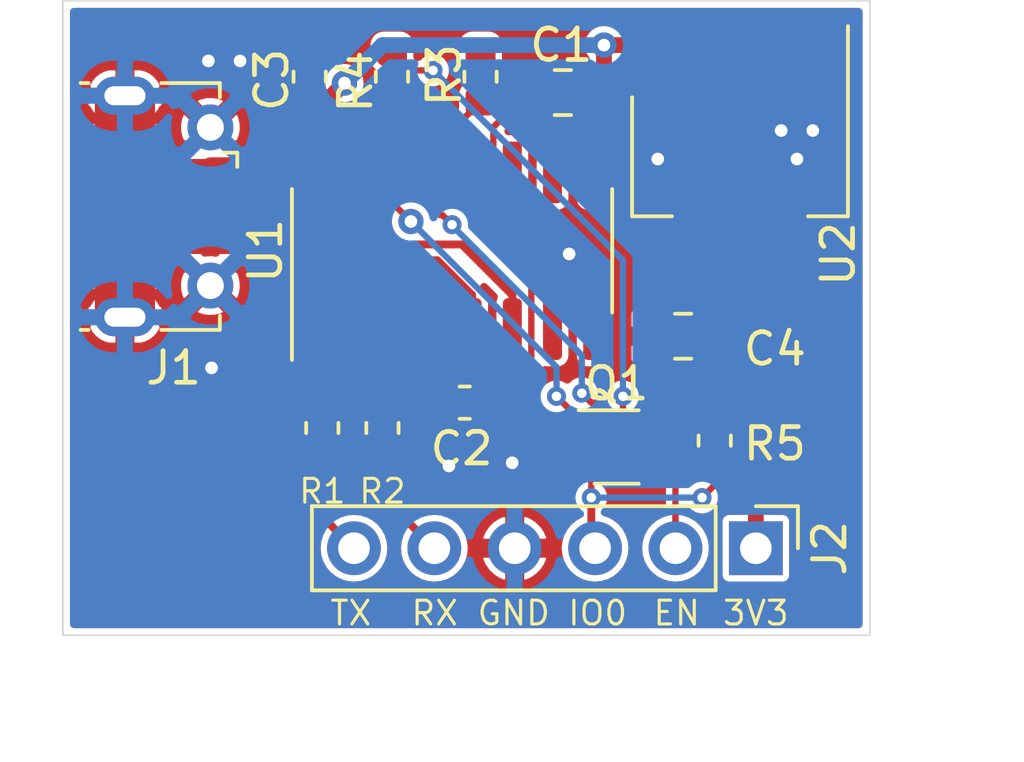
<source format=kicad_pcb>
(kicad_pcb (version 20171130) (host pcbnew "(5.1.4)-1")

  (general
    (thickness 1.6)
    (drawings 10)
    (tracks 116)
    (zones 0)
    (modules 14)
    (nets 25)
  )

  (page A4)
  (layers
    (0 F.Cu signal)
    (31 B.Cu signal)
    (32 B.Adhes user)
    (33 F.Adhes user)
    (34 B.Paste user)
    (35 F.Paste user)
    (36 B.SilkS user)
    (37 F.SilkS user)
    (38 B.Mask user)
    (39 F.Mask user)
    (40 Dwgs.User user)
    (41 Cmts.User user)
    (42 Eco1.User user)
    (43 Eco2.User user)
    (44 Edge.Cuts user)
    (45 Margin user)
    (46 B.CrtYd user)
    (47 F.CrtYd user)
    (48 B.Fab user)
    (49 F.Fab user)
  )

  (setup
    (last_trace_width 0.25)
    (user_trace_width 0.2)
    (user_trace_width 0.5)
    (trace_clearance 0.2)
    (zone_clearance 0.2)
    (zone_45_only no)
    (trace_min 0.2)
    (via_size 0.8)
    (via_drill 0.4)
    (via_min_size 0.4)
    (via_min_drill 0.3)
    (user_via 0.6 0.3)
    (uvia_size 0.3)
    (uvia_drill 0.1)
    (uvias_allowed no)
    (uvia_min_size 0.2)
    (uvia_min_drill 0.1)
    (edge_width 0.05)
    (segment_width 0.2)
    (pcb_text_width 0.3)
    (pcb_text_size 1.5 1.5)
    (mod_edge_width 0.12)
    (mod_text_size 1 1)
    (mod_text_width 0.15)
    (pad_size 1.524 1.524)
    (pad_drill 0.762)
    (pad_to_mask_clearance 0.051)
    (solder_mask_min_width 0.25)
    (aux_axis_origin 0 0)
    (visible_elements FFFFFF7F)
    (pcbplotparams
      (layerselection 0x010fc_ffffffff)
      (usegerberextensions false)
      (usegerberattributes false)
      (usegerberadvancedattributes false)
      (creategerberjobfile false)
      (excludeedgelayer true)
      (linewidth 0.100000)
      (plotframeref false)
      (viasonmask false)
      (mode 1)
      (useauxorigin false)
      (hpglpennumber 1)
      (hpglpenspeed 20)
      (hpglpendiameter 15.000000)
      (psnegative false)
      (psa4output false)
      (plotreference true)
      (plotvalue true)
      (plotinvisibletext false)
      (padsonsilk false)
      (subtractmaskfromsilk false)
      (outputformat 1)
      (mirror false)
      (drillshape 1)
      (scaleselection 1)
      (outputdirectory ""))
  )

  (net 0 "")
  (net 1 "Net-(C1-Pad2)")
  (net 2 GND)
  (net 3 "Net-(C2-Pad1)")
  (net 4 +3V3)
  (net 5 IO0)
  (net 6 EN)
  (net 7 USB_RX)
  (net 8 USB_TX)
  (net 9 "Net-(Q1-Pad4)")
  (net 10 "Net-(Q1-Pad2)")
  (net 11 "Net-(Q1-Pad5)")
  (net 12 "Net-(Q1-Pad1)")
  (net 13 "Net-(R1-Pad2)")
  (net 14 "Net-(R2-Pad2)")
  (net 15 "Net-(U1-Pad15)")
  (net 16 "Net-(U1-Pad12)")
  (net 17 "Net-(U1-Pad11)")
  (net 18 "Net-(U1-Pad10)")
  (net 19 "Net-(U1-Pad9)")
  (net 20 "Net-(U1-Pad8)")
  (net 21 "Net-(U1-Pad7)")
  (net 22 "Net-(J1-Pad2)")
  (net 23 "Net-(J1-Pad3)")
  (net 24 "Net-(J1-Pad4)")

  (net_class Default "This is the default net class."
    (clearance 0.2)
    (trace_width 0.25)
    (via_dia 0.8)
    (via_drill 0.4)
    (uvia_dia 0.3)
    (uvia_drill 0.1)
    (add_net +3V3)
    (add_net EN)
    (add_net GND)
    (add_net IO0)
    (add_net "Net-(C1-Pad2)")
    (add_net "Net-(C2-Pad1)")
    (add_net "Net-(J1-Pad2)")
    (add_net "Net-(J1-Pad3)")
    (add_net "Net-(J1-Pad4)")
    (add_net "Net-(Q1-Pad1)")
    (add_net "Net-(Q1-Pad2)")
    (add_net "Net-(Q1-Pad4)")
    (add_net "Net-(Q1-Pad5)")
    (add_net "Net-(R1-Pad2)")
    (add_net "Net-(R2-Pad2)")
    (add_net "Net-(U1-Pad10)")
    (add_net "Net-(U1-Pad11)")
    (add_net "Net-(U1-Pad12)")
    (add_net "Net-(U1-Pad15)")
    (add_net "Net-(U1-Pad7)")
    (add_net "Net-(U1-Pad8)")
    (add_net "Net-(U1-Pad9)")
    (add_net USB_RX)
    (add_net USB_TX)
  )

  (module Connector_USB:USB_Micro-B_Molex-105017-0001 (layer F.Cu) (tedit 5A1DC0BE) (tstamp 5E1FDA4C)
    (at 120.7 117 270)
    (descr http://www.molex.com/pdm_docs/sd/1050170001_sd.pdf)
    (tags "Micro-USB SMD Typ-B")
    (path /5E22C382)
    (attr smd)
    (fp_text reference J1 (at 5.1 -0.3 180) (layer F.SilkS)
      (effects (font (size 1 1) (thickness 0.15)))
    )
    (fp_text value USB_B_Micro (at 0.3 4.3375 90) (layer F.Fab)
      (effects (font (size 1 1) (thickness 0.15)))
    )
    (fp_line (start -1.1 -2.1225) (end -1.1 -1.9125) (layer F.Fab) (width 0.1))
    (fp_line (start -1.5 -2.1225) (end -1.5 -1.9125) (layer F.Fab) (width 0.1))
    (fp_line (start -1.5 -2.1225) (end -1.1 -2.1225) (layer F.Fab) (width 0.1))
    (fp_line (start -1.1 -1.9125) (end -1.3 -1.7125) (layer F.Fab) (width 0.1))
    (fp_line (start -1.3 -1.7125) (end -1.5 -1.9125) (layer F.Fab) (width 0.1))
    (fp_line (start -1.7 -2.3125) (end -1.7 -1.8625) (layer F.SilkS) (width 0.12))
    (fp_line (start -1.7 -2.3125) (end -1.25 -2.3125) (layer F.SilkS) (width 0.12))
    (fp_line (start 3.9 -1.7625) (end 3.45 -1.7625) (layer F.SilkS) (width 0.12))
    (fp_line (start 3.9 0.0875) (end 3.9 -1.7625) (layer F.SilkS) (width 0.12))
    (fp_line (start -3.9 2.6375) (end -3.9 2.3875) (layer F.SilkS) (width 0.12))
    (fp_line (start -3.75 3.3875) (end -3.75 -1.6125) (layer F.Fab) (width 0.1))
    (fp_line (start -3.75 -1.6125) (end 3.75 -1.6125) (layer F.Fab) (width 0.1))
    (fp_line (start -3.75 3.389204) (end 3.75 3.389204) (layer F.Fab) (width 0.1))
    (fp_line (start -3 2.689204) (end 3 2.689204) (layer F.Fab) (width 0.1))
    (fp_line (start 3.75 3.3875) (end 3.75 -1.6125) (layer F.Fab) (width 0.1))
    (fp_line (start 3.9 2.6375) (end 3.9 2.3875) (layer F.SilkS) (width 0.12))
    (fp_line (start -3.9 0.0875) (end -3.9 -1.7625) (layer F.SilkS) (width 0.12))
    (fp_line (start -3.9 -1.7625) (end -3.45 -1.7625) (layer F.SilkS) (width 0.12))
    (fp_line (start -4.4 3.64) (end -4.4 -2.46) (layer F.CrtYd) (width 0.05))
    (fp_line (start -4.4 -2.46) (end 4.4 -2.46) (layer F.CrtYd) (width 0.05))
    (fp_line (start 4.4 -2.46) (end 4.4 3.64) (layer F.CrtYd) (width 0.05))
    (fp_line (start -4.4 3.64) (end 4.4 3.64) (layer F.CrtYd) (width 0.05))
    (fp_text user %R (at 0 0.8875 90) (layer F.Fab)
      (effects (font (size 1 1) (thickness 0.15)))
    )
    (fp_text user "PCB Edge" (at 0 2.6875 90) (layer Dwgs.User)
      (effects (font (size 0.5 0.5) (thickness 0.08)))
    )
    (pad 6 smd rect (at -2.9 1.2375 270) (size 1.2 1.9) (layers F.Cu F.Mask)
      (net 2 GND))
    (pad 6 smd rect (at 2.9 1.2375 270) (size 1.2 1.9) (layers F.Cu F.Mask)
      (net 2 GND))
    (pad 6 thru_hole oval (at 3.5 1.2375 270) (size 1.2 1.9) (drill oval 0.6 1.3) (layers *.Cu *.Mask)
      (net 2 GND))
    (pad 6 thru_hole oval (at -3.5 1.2375 90) (size 1.2 1.9) (drill oval 0.6 1.3) (layers *.Cu *.Mask)
      (net 2 GND))
    (pad 6 smd rect (at -1 1.2375 270) (size 1.5 1.9) (layers F.Cu F.Paste F.Mask)
      (net 2 GND))
    (pad 6 thru_hole circle (at 2.5 -1.4625 270) (size 1.45 1.45) (drill 0.85) (layers *.Cu *.Mask)
      (net 2 GND))
    (pad 3 smd rect (at 0 -1.4625 270) (size 0.4 1.35) (layers F.Cu F.Paste F.Mask)
      (net 23 "Net-(J1-Pad3)"))
    (pad 4 smd rect (at 0.65 -1.4625 270) (size 0.4 1.35) (layers F.Cu F.Paste F.Mask)
      (net 24 "Net-(J1-Pad4)"))
    (pad 5 smd rect (at 1.3 -1.4625 270) (size 0.4 1.35) (layers F.Cu F.Paste F.Mask)
      (net 2 GND))
    (pad 1 smd rect (at -1.3 -1.4625 270) (size 0.4 1.35) (layers F.Cu F.Paste F.Mask)
      (net 1 "Net-(C1-Pad2)"))
    (pad 2 smd rect (at -0.65 -1.4625 270) (size 0.4 1.35) (layers F.Cu F.Paste F.Mask)
      (net 22 "Net-(J1-Pad2)"))
    (pad 6 thru_hole circle (at -2.5 -1.4625 270) (size 1.45 1.45) (drill 0.85) (layers *.Cu *.Mask)
      (net 2 GND))
    (pad 6 smd rect (at 1 1.2375 270) (size 1.5 1.9) (layers F.Cu F.Paste F.Mask)
      (net 2 GND))
    (model ${KISYS3DMOD}/Connector_USB.3dshapes/USB_Micro-B_Molex-105017-0001.wrl
      (at (xyz 0 0 0))
      (scale (xyz 1 1 1))
      (rotate (xyz 0 0 0))
    )
  )

  (module Package_TO_SOT_SMD:SOT-223-3_TabPin2 (layer F.Cu) (tedit 5A02FF57) (tstamp 5E1FF837)
    (at 138.9 115.4 270)
    (descr "module CMS SOT223 4 pins")
    (tags "CMS SOT")
    (path /5E240DE0)
    (attr smd)
    (fp_text reference U2 (at 3.1 -3.1 90) (layer F.SilkS)
      (effects (font (size 1 1) (thickness 0.15)))
    )
    (fp_text value TLV1117-33 (at 0 4.5 90) (layer F.Fab)
      (effects (font (size 1 1) (thickness 0.15)))
    )
    (fp_line (start 1.85 -3.35) (end 1.85 3.35) (layer F.Fab) (width 0.1))
    (fp_line (start -1.85 3.35) (end 1.85 3.35) (layer F.Fab) (width 0.1))
    (fp_line (start -4.1 -3.41) (end 1.91 -3.41) (layer F.SilkS) (width 0.12))
    (fp_line (start -0.85 -3.35) (end 1.85 -3.35) (layer F.Fab) (width 0.1))
    (fp_line (start -1.85 3.41) (end 1.91 3.41) (layer F.SilkS) (width 0.12))
    (fp_line (start -1.85 -2.35) (end -1.85 3.35) (layer F.Fab) (width 0.1))
    (fp_line (start -1.85 -2.35) (end -0.85 -3.35) (layer F.Fab) (width 0.1))
    (fp_line (start -4.4 -3.6) (end -4.4 3.6) (layer F.CrtYd) (width 0.05))
    (fp_line (start -4.4 3.6) (end 4.4 3.6) (layer F.CrtYd) (width 0.05))
    (fp_line (start 4.4 3.6) (end 4.4 -3.6) (layer F.CrtYd) (width 0.05))
    (fp_line (start 4.4 -3.6) (end -4.4 -3.6) (layer F.CrtYd) (width 0.05))
    (fp_line (start 1.91 -3.41) (end 1.91 -2.15) (layer F.SilkS) (width 0.12))
    (fp_line (start 1.91 3.41) (end 1.91 2.15) (layer F.SilkS) (width 0.12))
    (fp_text user %R (at 0 0) (layer F.Fab)
      (effects (font (size 0.8 0.8) (thickness 0.12)))
    )
    (pad 1 smd rect (at -3.15 -2.3 270) (size 2 1.5) (layers F.Cu F.Paste F.Mask)
      (net 2 GND))
    (pad 3 smd rect (at -3.15 2.3 270) (size 2 1.5) (layers F.Cu F.Paste F.Mask)
      (net 1 "Net-(C1-Pad2)"))
    (pad 2 smd rect (at -3.15 0 270) (size 2 1.5) (layers F.Cu F.Paste F.Mask)
      (net 4 +3V3))
    (pad 2 smd rect (at 3.15 0 270) (size 2 3.8) (layers F.Cu F.Paste F.Mask)
      (net 4 +3V3))
    (model ${KISYS3DMOD}/Package_TO_SOT_SMD.3dshapes/SOT-223.wrl
      (at (xyz 0 0 0))
      (scale (xyz 1 1 1))
      (rotate (xyz 0 0 0))
    )
  )

  (module Package_SO:SOIC-16_3.9x9.9mm_P1.27mm (layer F.Cu) (tedit 5C97300E) (tstamp 5E1F86D1)
    (at 129.8 118.4 90)
    (descr "SOIC, 16 Pin (JEDEC MS-012AC, https://www.analog.com/media/en/package-pcb-resources/package/pkg_pdf/soic_narrow-r/r_16.pdf), generated with kicad-footprint-generator ipc_gullwing_generator.py")
    (tags "SOIC SO")
    (path /5E22D52E)
    (attr smd)
    (fp_text reference U1 (at 0 -5.9 90) (layer F.SilkS)
      (effects (font (size 1 1) (thickness 0.15)))
    )
    (fp_text value CH340G (at 0 5.9 90) (layer F.Fab)
      (effects (font (size 1 1) (thickness 0.15)))
    )
    (fp_text user %R (at 0 0 90) (layer F.Fab)
      (effects (font (size 0.98 0.98) (thickness 0.15)))
    )
    (fp_line (start 3.7 -5.2) (end -3.7 -5.2) (layer F.CrtYd) (width 0.05))
    (fp_line (start 3.7 5.2) (end 3.7 -5.2) (layer F.CrtYd) (width 0.05))
    (fp_line (start -3.7 5.2) (end 3.7 5.2) (layer F.CrtYd) (width 0.05))
    (fp_line (start -3.7 -5.2) (end -3.7 5.2) (layer F.CrtYd) (width 0.05))
    (fp_line (start -1.95 -3.975) (end -0.975 -4.95) (layer F.Fab) (width 0.1))
    (fp_line (start -1.95 4.95) (end -1.95 -3.975) (layer F.Fab) (width 0.1))
    (fp_line (start 1.95 4.95) (end -1.95 4.95) (layer F.Fab) (width 0.1))
    (fp_line (start 1.95 -4.95) (end 1.95 4.95) (layer F.Fab) (width 0.1))
    (fp_line (start -0.975 -4.95) (end 1.95 -4.95) (layer F.Fab) (width 0.1))
    (fp_line (start 0 -5.06) (end -3.45 -5.06) (layer F.SilkS) (width 0.12))
    (fp_line (start 0 -5.06) (end 1.95 -5.06) (layer F.SilkS) (width 0.12))
    (fp_line (start 0 5.06) (end -1.95 5.06) (layer F.SilkS) (width 0.12))
    (fp_line (start 0 5.06) (end 1.95 5.06) (layer F.SilkS) (width 0.12))
    (pad 16 smd roundrect (at 2.475 -4.445 90) (size 1.95 0.6) (layers F.Cu F.Paste F.Mask) (roundrect_rratio 0.25)
      (net 1 "Net-(C1-Pad2)"))
    (pad 15 smd roundrect (at 2.475 -3.175 90) (size 1.95 0.6) (layers F.Cu F.Paste F.Mask) (roundrect_rratio 0.25)
      (net 15 "Net-(U1-Pad15)"))
    (pad 14 smd roundrect (at 2.475 -1.905 90) (size 1.95 0.6) (layers F.Cu F.Paste F.Mask) (roundrect_rratio 0.25)
      (net 12 "Net-(Q1-Pad1)"))
    (pad 13 smd roundrect (at 2.475 -0.635 90) (size 1.95 0.6) (layers F.Cu F.Paste F.Mask) (roundrect_rratio 0.25)
      (net 9 "Net-(Q1-Pad4)"))
    (pad 12 smd roundrect (at 2.475 0.635 90) (size 1.95 0.6) (layers F.Cu F.Paste F.Mask) (roundrect_rratio 0.25)
      (net 16 "Net-(U1-Pad12)"))
    (pad 11 smd roundrect (at 2.475 1.905 90) (size 1.95 0.6) (layers F.Cu F.Paste F.Mask) (roundrect_rratio 0.25)
      (net 17 "Net-(U1-Pad11)"))
    (pad 10 smd roundrect (at 2.475 3.175 90) (size 1.95 0.6) (layers F.Cu F.Paste F.Mask) (roundrect_rratio 0.25)
      (net 18 "Net-(U1-Pad10)"))
    (pad 9 smd roundrect (at 2.475 4.445 90) (size 1.95 0.6) (layers F.Cu F.Paste F.Mask) (roundrect_rratio 0.25)
      (net 19 "Net-(U1-Pad9)"))
    (pad 8 smd roundrect (at -2.475 4.445 90) (size 1.95 0.6) (layers F.Cu F.Paste F.Mask) (roundrect_rratio 0.25)
      (net 20 "Net-(U1-Pad8)"))
    (pad 7 smd roundrect (at -2.475 3.175 90) (size 1.95 0.6) (layers F.Cu F.Paste F.Mask) (roundrect_rratio 0.25)
      (net 21 "Net-(U1-Pad7)"))
    (pad 6 smd roundrect (at -2.475 1.905 90) (size 1.95 0.6) (layers F.Cu F.Paste F.Mask) (roundrect_rratio 0.25)
      (net 22 "Net-(J1-Pad2)"))
    (pad 5 smd roundrect (at -2.475 0.635 90) (size 1.95 0.6) (layers F.Cu F.Paste F.Mask) (roundrect_rratio 0.25)
      (net 23 "Net-(J1-Pad3)"))
    (pad 4 smd roundrect (at -2.475 -0.635 90) (size 1.95 0.6) (layers F.Cu F.Paste F.Mask) (roundrect_rratio 0.25)
      (net 3 "Net-(C2-Pad1)"))
    (pad 3 smd roundrect (at -2.475 -1.905 90) (size 1.95 0.6) (layers F.Cu F.Paste F.Mask) (roundrect_rratio 0.25)
      (net 14 "Net-(R2-Pad2)"))
    (pad 2 smd roundrect (at -2.475 -3.175 90) (size 1.95 0.6) (layers F.Cu F.Paste F.Mask) (roundrect_rratio 0.25)
      (net 13 "Net-(R1-Pad2)"))
    (pad 1 smd roundrect (at -2.475 -4.445 90) (size 1.95 0.6) (layers F.Cu F.Paste F.Mask) (roundrect_rratio 0.25)
      (net 2 GND))
    (model ${KISYS3DMOD}/Package_SO.3dshapes/SOIC-16_3.9x9.9mm_P1.27mm.wrl
      (at (xyz 0 0 0))
      (scale (xyz 1 1 1))
      (rotate (xyz 0 0 0))
    )
  )

  (module Resistor_SMD:R_0603_1608Metric (layer F.Cu) (tedit 5B301BBD) (tstamp 5E1F86AF)
    (at 138.1 124.4 90)
    (descr "Resistor SMD 0603 (1608 Metric), square (rectangular) end terminal, IPC_7351 nominal, (Body size source: http://www.tortai-tech.com/upload/download/2011102023233369053.pdf), generated with kicad-footprint-generator")
    (tags resistor)
    (path /5E23DDFA)
    (attr smd)
    (fp_text reference R5 (at -0.1 1.9 180) (layer F.SilkS)
      (effects (font (size 1 1) (thickness 0.15)))
    )
    (fp_text value 10k (at 0 1.43 90) (layer F.Fab)
      (effects (font (size 1 1) (thickness 0.15)))
    )
    (fp_text user %R (at 0 0 90) (layer F.Fab)
      (effects (font (size 0.4 0.4) (thickness 0.06)))
    )
    (fp_line (start 1.48 0.73) (end -1.48 0.73) (layer F.CrtYd) (width 0.05))
    (fp_line (start 1.48 -0.73) (end 1.48 0.73) (layer F.CrtYd) (width 0.05))
    (fp_line (start -1.48 -0.73) (end 1.48 -0.73) (layer F.CrtYd) (width 0.05))
    (fp_line (start -1.48 0.73) (end -1.48 -0.73) (layer F.CrtYd) (width 0.05))
    (fp_line (start -0.162779 0.51) (end 0.162779 0.51) (layer F.SilkS) (width 0.12))
    (fp_line (start -0.162779 -0.51) (end 0.162779 -0.51) (layer F.SilkS) (width 0.12))
    (fp_line (start 0.8 0.4) (end -0.8 0.4) (layer F.Fab) (width 0.1))
    (fp_line (start 0.8 -0.4) (end 0.8 0.4) (layer F.Fab) (width 0.1))
    (fp_line (start -0.8 -0.4) (end 0.8 -0.4) (layer F.Fab) (width 0.1))
    (fp_line (start -0.8 0.4) (end -0.8 -0.4) (layer F.Fab) (width 0.1))
    (pad 2 smd roundrect (at 0.7875 0 90) (size 0.875 0.95) (layers F.Cu F.Paste F.Mask) (roundrect_rratio 0.25)
      (net 4 +3V3))
    (pad 1 smd roundrect (at -0.7875 0 90) (size 0.875 0.95) (layers F.Cu F.Paste F.Mask) (roundrect_rratio 0.25)
      (net 5 IO0))
    (model ${KISYS3DMOD}/Resistor_SMD.3dshapes/R_0603_1608Metric.wrl
      (at (xyz 0 0 0))
      (scale (xyz 1 1 1))
      (rotate (xyz 0 0 0))
    )
  )

  (module Resistor_SMD:R_0603_1608Metric (layer F.Cu) (tedit 5B301BBD) (tstamp 5E1FF8F2)
    (at 127.9 112.9 270)
    (descr "Resistor SMD 0603 (1608 Metric), square (rectangular) end terminal, IPC_7351 nominal, (Body size source: http://www.tortai-tech.com/upload/download/2011102023233369053.pdf), generated with kicad-footprint-generator")
    (tags resistor)
    (path /5E23C580)
    (attr smd)
    (fp_text reference R4 (at 0.15 1.15 90) (layer F.SilkS)
      (effects (font (size 1 1) (thickness 0.15)))
    )
    (fp_text value 10k (at 0 1.43 90) (layer F.Fab)
      (effects (font (size 1 1) (thickness 0.15)))
    )
    (fp_text user %R (at 0 0 90) (layer F.Fab)
      (effects (font (size 0.4 0.4) (thickness 0.06)))
    )
    (fp_line (start 1.48 0.73) (end -1.48 0.73) (layer F.CrtYd) (width 0.05))
    (fp_line (start 1.48 -0.73) (end 1.48 0.73) (layer F.CrtYd) (width 0.05))
    (fp_line (start -1.48 -0.73) (end 1.48 -0.73) (layer F.CrtYd) (width 0.05))
    (fp_line (start -1.48 0.73) (end -1.48 -0.73) (layer F.CrtYd) (width 0.05))
    (fp_line (start -0.162779 0.51) (end 0.162779 0.51) (layer F.SilkS) (width 0.12))
    (fp_line (start -0.162779 -0.51) (end 0.162779 -0.51) (layer F.SilkS) (width 0.12))
    (fp_line (start 0.8 0.4) (end -0.8 0.4) (layer F.Fab) (width 0.1))
    (fp_line (start 0.8 -0.4) (end 0.8 0.4) (layer F.Fab) (width 0.1))
    (fp_line (start -0.8 -0.4) (end 0.8 -0.4) (layer F.Fab) (width 0.1))
    (fp_line (start -0.8 0.4) (end -0.8 -0.4) (layer F.Fab) (width 0.1))
    (pad 2 smd roundrect (at 0.7875 0 270) (size 0.875 0.95) (layers F.Cu F.Paste F.Mask) (roundrect_rratio 0.25)
      (net 12 "Net-(Q1-Pad1)"))
    (pad 1 smd roundrect (at -0.7875 0 270) (size 0.875 0.95) (layers F.Cu F.Paste F.Mask) (roundrect_rratio 0.25)
      (net 11 "Net-(Q1-Pad5)"))
    (model ${KISYS3DMOD}/Resistor_SMD.3dshapes/R_0603_1608Metric.wrl
      (at (xyz 0 0 0))
      (scale (xyz 1 1 1))
      (rotate (xyz 0 0 0))
    )
  )

  (module Resistor_SMD:R_0603_1608Metric (layer F.Cu) (tedit 5B301BBD) (tstamp 5E1F868D)
    (at 130.7 112.9 270)
    (descr "Resistor SMD 0603 (1608 Metric), square (rectangular) end terminal, IPC_7351 nominal, (Body size source: http://www.tortai-tech.com/upload/download/2011102023233369053.pdf), generated with kicad-footprint-generator")
    (tags resistor)
    (path /5E2391D3)
    (attr smd)
    (fp_text reference R3 (at -0.05 1.15 90) (layer F.SilkS)
      (effects (font (size 1 1) (thickness 0.15)))
    )
    (fp_text value 10k (at 0 1.43 90) (layer F.Fab)
      (effects (font (size 1 1) (thickness 0.15)))
    )
    (fp_text user %R (at 0 0 90) (layer F.Fab)
      (effects (font (size 0.4 0.4) (thickness 0.06)))
    )
    (fp_line (start 1.48 0.73) (end -1.48 0.73) (layer F.CrtYd) (width 0.05))
    (fp_line (start 1.48 -0.73) (end 1.48 0.73) (layer F.CrtYd) (width 0.05))
    (fp_line (start -1.48 -0.73) (end 1.48 -0.73) (layer F.CrtYd) (width 0.05))
    (fp_line (start -1.48 0.73) (end -1.48 -0.73) (layer F.CrtYd) (width 0.05))
    (fp_line (start -0.162779 0.51) (end 0.162779 0.51) (layer F.SilkS) (width 0.12))
    (fp_line (start -0.162779 -0.51) (end 0.162779 -0.51) (layer F.SilkS) (width 0.12))
    (fp_line (start 0.8 0.4) (end -0.8 0.4) (layer F.Fab) (width 0.1))
    (fp_line (start 0.8 -0.4) (end 0.8 0.4) (layer F.Fab) (width 0.1))
    (fp_line (start -0.8 -0.4) (end 0.8 -0.4) (layer F.Fab) (width 0.1))
    (fp_line (start -0.8 0.4) (end -0.8 -0.4) (layer F.Fab) (width 0.1))
    (pad 2 smd roundrect (at 0.7875 0 270) (size 0.875 0.95) (layers F.Cu F.Paste F.Mask) (roundrect_rratio 0.25)
      (net 9 "Net-(Q1-Pad4)"))
    (pad 1 smd roundrect (at -0.7875 0 270) (size 0.875 0.95) (layers F.Cu F.Paste F.Mask) (roundrect_rratio 0.25)
      (net 10 "Net-(Q1-Pad2)"))
    (model ${KISYS3DMOD}/Resistor_SMD.3dshapes/R_0603_1608Metric.wrl
      (at (xyz 0 0 0))
      (scale (xyz 1 1 1))
      (rotate (xyz 0 0 0))
    )
  )

  (module Resistor_SMD:R_0603_1608Metric (layer F.Cu) (tedit 5B301BBD) (tstamp 5E1F867C)
    (at 127.6 124 90)
    (descr "Resistor SMD 0603 (1608 Metric), square (rectangular) end terminal, IPC_7351 nominal, (Body size source: http://www.tortai-tech.com/upload/download/2011102023233369053.pdf), generated with kicad-footprint-generator")
    (tags resistor)
    (path /5E2334E8)
    (attr smd)
    (fp_text reference R2 (at -2 0 180) (layer F.SilkS)
      (effects (font (size 0.75 0.75) (thickness 0.1)))
    )
    (fp_text value 100R (at 0 1.43 90) (layer F.Fab)
      (effects (font (size 1 1) (thickness 0.15)))
    )
    (fp_text user %R (at 0 0 90) (layer F.Fab)
      (effects (font (size 0.4 0.4) (thickness 0.06)))
    )
    (fp_line (start 1.48 0.73) (end -1.48 0.73) (layer F.CrtYd) (width 0.05))
    (fp_line (start 1.48 -0.73) (end 1.48 0.73) (layer F.CrtYd) (width 0.05))
    (fp_line (start -1.48 -0.73) (end 1.48 -0.73) (layer F.CrtYd) (width 0.05))
    (fp_line (start -1.48 0.73) (end -1.48 -0.73) (layer F.CrtYd) (width 0.05))
    (fp_line (start -0.162779 0.51) (end 0.162779 0.51) (layer F.SilkS) (width 0.12))
    (fp_line (start -0.162779 -0.51) (end 0.162779 -0.51) (layer F.SilkS) (width 0.12))
    (fp_line (start 0.8 0.4) (end -0.8 0.4) (layer F.Fab) (width 0.1))
    (fp_line (start 0.8 -0.4) (end 0.8 0.4) (layer F.Fab) (width 0.1))
    (fp_line (start -0.8 -0.4) (end 0.8 -0.4) (layer F.Fab) (width 0.1))
    (fp_line (start -0.8 0.4) (end -0.8 -0.4) (layer F.Fab) (width 0.1))
    (pad 2 smd roundrect (at 0.7875 0 90) (size 0.875 0.95) (layers F.Cu F.Paste F.Mask) (roundrect_rratio 0.25)
      (net 14 "Net-(R2-Pad2)"))
    (pad 1 smd roundrect (at -0.7875 0 90) (size 0.875 0.95) (layers F.Cu F.Paste F.Mask) (roundrect_rratio 0.25)
      (net 7 USB_RX))
    (model ${KISYS3DMOD}/Resistor_SMD.3dshapes/R_0603_1608Metric.wrl
      (at (xyz 0 0 0))
      (scale (xyz 1 1 1))
      (rotate (xyz 0 0 0))
    )
  )

  (module Resistor_SMD:R_0603_1608Metric (layer F.Cu) (tedit 5B301BBD) (tstamp 5E1F866B)
    (at 125.7 124 90)
    (descr "Resistor SMD 0603 (1608 Metric), square (rectangular) end terminal, IPC_7351 nominal, (Body size source: http://www.tortai-tech.com/upload/download/2011102023233369053.pdf), generated with kicad-footprint-generator")
    (tags resistor)
    (path /5E232971)
    (attr smd)
    (fp_text reference R1 (at -2 0 180) (layer F.SilkS)
      (effects (font (size 0.75 0.75) (thickness 0.1)))
    )
    (fp_text value 100R (at 0 1.43 90) (layer F.Fab)
      (effects (font (size 1 1) (thickness 0.15)))
    )
    (fp_text user %R (at 0 0 90) (layer F.Fab)
      (effects (font (size 0.4 0.4) (thickness 0.06)))
    )
    (fp_line (start 1.48 0.73) (end -1.48 0.73) (layer F.CrtYd) (width 0.05))
    (fp_line (start 1.48 -0.73) (end 1.48 0.73) (layer F.CrtYd) (width 0.05))
    (fp_line (start -1.48 -0.73) (end 1.48 -0.73) (layer F.CrtYd) (width 0.05))
    (fp_line (start -1.48 0.73) (end -1.48 -0.73) (layer F.CrtYd) (width 0.05))
    (fp_line (start -0.162779 0.51) (end 0.162779 0.51) (layer F.SilkS) (width 0.12))
    (fp_line (start -0.162779 -0.51) (end 0.162779 -0.51) (layer F.SilkS) (width 0.12))
    (fp_line (start 0.8 0.4) (end -0.8 0.4) (layer F.Fab) (width 0.1))
    (fp_line (start 0.8 -0.4) (end 0.8 0.4) (layer F.Fab) (width 0.1))
    (fp_line (start -0.8 -0.4) (end 0.8 -0.4) (layer F.Fab) (width 0.1))
    (fp_line (start -0.8 0.4) (end -0.8 -0.4) (layer F.Fab) (width 0.1))
    (pad 2 smd roundrect (at 0.7875 0 90) (size 0.875 0.95) (layers F.Cu F.Paste F.Mask) (roundrect_rratio 0.25)
      (net 13 "Net-(R1-Pad2)"))
    (pad 1 smd roundrect (at -0.7875 0 90) (size 0.875 0.95) (layers F.Cu F.Paste F.Mask) (roundrect_rratio 0.25)
      (net 8 USB_TX))
    (model ${KISYS3DMOD}/Resistor_SMD.3dshapes/R_0603_1608Metric.wrl
      (at (xyz 0 0 0))
      (scale (xyz 1 1 1))
      (rotate (xyz 0 0 0))
    )
  )

  (module Package_TO_SOT_SMD:SOT-363_SC-70-6 (layer F.Cu) (tedit 5A02FF57) (tstamp 5E1F865A)
    (at 135 124.6)
    (descr "SOT-363, SC-70-6")
    (tags "SOT-363 SC-70-6")
    (path /5E237827)
    (attr smd)
    (fp_text reference Q1 (at 0 -2) (layer F.SilkS)
      (effects (font (size 1 1) (thickness 0.15)))
    )
    (fp_text value Q_DUAL_NPN_NPN_E1B1C2E2B2C1 (at 0 2 180) (layer F.Fab)
      (effects (font (size 1 1) (thickness 0.15)))
    )
    (fp_line (start -0.175 -1.1) (end -0.675 -0.6) (layer F.Fab) (width 0.1))
    (fp_line (start 0.675 1.1) (end -0.675 1.1) (layer F.Fab) (width 0.1))
    (fp_line (start 0.675 -1.1) (end 0.675 1.1) (layer F.Fab) (width 0.1))
    (fp_line (start -1.6 1.4) (end 1.6 1.4) (layer F.CrtYd) (width 0.05))
    (fp_line (start -0.675 -0.6) (end -0.675 1.1) (layer F.Fab) (width 0.1))
    (fp_line (start 0.675 -1.1) (end -0.175 -1.1) (layer F.Fab) (width 0.1))
    (fp_line (start -1.6 -1.4) (end 1.6 -1.4) (layer F.CrtYd) (width 0.05))
    (fp_line (start -1.6 -1.4) (end -1.6 1.4) (layer F.CrtYd) (width 0.05))
    (fp_line (start 1.6 1.4) (end 1.6 -1.4) (layer F.CrtYd) (width 0.05))
    (fp_line (start -0.7 1.16) (end 0.7 1.16) (layer F.SilkS) (width 0.12))
    (fp_line (start 0.7 -1.16) (end -1.2 -1.16) (layer F.SilkS) (width 0.12))
    (fp_text user %R (at 0 0 90) (layer F.Fab)
      (effects (font (size 0.5 0.5) (thickness 0.075)))
    )
    (pad 6 smd rect (at 0.95 -0.65) (size 0.65 0.4) (layers F.Cu F.Paste F.Mask)
      (net 6 EN))
    (pad 4 smd rect (at 0.95 0.65) (size 0.65 0.4) (layers F.Cu F.Paste F.Mask)
      (net 9 "Net-(Q1-Pad4)"))
    (pad 2 smd rect (at -0.95 0) (size 0.65 0.4) (layers F.Cu F.Paste F.Mask)
      (net 10 "Net-(Q1-Pad2)"))
    (pad 5 smd rect (at 0.95 0) (size 0.65 0.4) (layers F.Cu F.Paste F.Mask)
      (net 11 "Net-(Q1-Pad5)"))
    (pad 3 smd rect (at -0.95 0.65) (size 0.65 0.4) (layers F.Cu F.Paste F.Mask)
      (net 5 IO0))
    (pad 1 smd rect (at -0.95 -0.65) (size 0.65 0.4) (layers F.Cu F.Paste F.Mask)
      (net 12 "Net-(Q1-Pad1)"))
    (model ${KISYS3DMOD}/Package_TO_SOT_SMD.3dshapes/SOT-363_SC-70-6.wrl
      (at (xyz 0 0 0))
      (scale (xyz 1 1 1))
      (rotate (xyz 0 0 0))
    )
  )

  (module Connector_PinHeader_2.54mm:PinHeader_1x06_P2.54mm_Vertical (layer F.Cu) (tedit 59FED5CC) (tstamp 5E1F8644)
    (at 139.4 127.8 270)
    (descr "Through hole straight pin header, 1x06, 2.54mm pitch, single row")
    (tags "Through hole pin header THT 1x06 2.54mm single row")
    (path /5E2442D7)
    (fp_text reference J2 (at 0 -2.33 90) (layer F.SilkS)
      (effects (font (size 1 1) (thickness 0.15)))
    )
    (fp_text value Conn_01x06_Male (at 0 15.03 90) (layer F.Fab)
      (effects (font (size 1 1) (thickness 0.15)))
    )
    (fp_text user %R (at 0 6.35) (layer F.Fab)
      (effects (font (size 1 1) (thickness 0.15)))
    )
    (fp_line (start 1.8 -1.8) (end -1.8 -1.8) (layer F.CrtYd) (width 0.05))
    (fp_line (start 1.8 14.5) (end 1.8 -1.8) (layer F.CrtYd) (width 0.05))
    (fp_line (start -1.8 14.5) (end 1.8 14.5) (layer F.CrtYd) (width 0.05))
    (fp_line (start -1.8 -1.8) (end -1.8 14.5) (layer F.CrtYd) (width 0.05))
    (fp_line (start -1.33 -1.33) (end 0 -1.33) (layer F.SilkS) (width 0.12))
    (fp_line (start -1.33 0) (end -1.33 -1.33) (layer F.SilkS) (width 0.12))
    (fp_line (start -1.33 1.27) (end 1.33 1.27) (layer F.SilkS) (width 0.12))
    (fp_line (start 1.33 1.27) (end 1.33 14.03) (layer F.SilkS) (width 0.12))
    (fp_line (start -1.33 1.27) (end -1.33 14.03) (layer F.SilkS) (width 0.12))
    (fp_line (start -1.33 14.03) (end 1.33 14.03) (layer F.SilkS) (width 0.12))
    (fp_line (start -1.27 -0.635) (end -0.635 -1.27) (layer F.Fab) (width 0.1))
    (fp_line (start -1.27 13.97) (end -1.27 -0.635) (layer F.Fab) (width 0.1))
    (fp_line (start 1.27 13.97) (end -1.27 13.97) (layer F.Fab) (width 0.1))
    (fp_line (start 1.27 -1.27) (end 1.27 13.97) (layer F.Fab) (width 0.1))
    (fp_line (start -0.635 -1.27) (end 1.27 -1.27) (layer F.Fab) (width 0.1))
    (pad 6 thru_hole oval (at 0 12.7 270) (size 1.7 1.7) (drill 1) (layers *.Cu *.Mask)
      (net 8 USB_TX))
    (pad 5 thru_hole oval (at 0 10.16 270) (size 1.7 1.7) (drill 1) (layers *.Cu *.Mask)
      (net 7 USB_RX))
    (pad 4 thru_hole oval (at 0 7.62 270) (size 1.7 1.7) (drill 1) (layers *.Cu *.Mask)
      (net 2 GND))
    (pad 3 thru_hole oval (at 0 5.08 270) (size 1.7 1.7) (drill 1) (layers *.Cu *.Mask)
      (net 5 IO0))
    (pad 2 thru_hole oval (at 0 2.54 270) (size 1.7 1.7) (drill 1) (layers *.Cu *.Mask)
      (net 6 EN))
    (pad 1 thru_hole rect (at 0 0 270) (size 1.7 1.7) (drill 1) (layers *.Cu *.Mask)
      (net 4 +3V3))
    (model ${KISYS3DMOD}/Connector_PinHeader_2.54mm.3dshapes/PinHeader_1x06_P2.54mm_Vertical.wrl
      (at (xyz 0 0 0))
      (scale (xyz 1 1 1))
      (rotate (xyz 0 0 0))
    )
  )

  (module Capacitor_SMD:C_0805_2012Metric (layer F.Cu) (tedit 5B36C52B) (tstamp 5E1F862A)
    (at 137.1 121.1)
    (descr "Capacitor SMD 0805 (2012 Metric), square (rectangular) end terminal, IPC_7351 nominal, (Body size source: https://docs.google.com/spreadsheets/d/1BsfQQcO9C6DZCsRaXUlFlo91Tg2WpOkGARC1WS5S8t0/edit?usp=sharing), generated with kicad-footprint-generator")
    (tags capacitor)
    (path /5E2467A8)
    (attr smd)
    (fp_text reference C4 (at 2.9 0.4) (layer F.SilkS)
      (effects (font (size 1 1) (thickness 0.15)))
    )
    (fp_text value 22uF (at 0 1.65) (layer F.Fab)
      (effects (font (size 1 1) (thickness 0.15)))
    )
    (fp_text user %R (at 0 0) (layer F.Fab)
      (effects (font (size 0.5 0.5) (thickness 0.08)))
    )
    (fp_line (start 1.68 0.95) (end -1.68 0.95) (layer F.CrtYd) (width 0.05))
    (fp_line (start 1.68 -0.95) (end 1.68 0.95) (layer F.CrtYd) (width 0.05))
    (fp_line (start -1.68 -0.95) (end 1.68 -0.95) (layer F.CrtYd) (width 0.05))
    (fp_line (start -1.68 0.95) (end -1.68 -0.95) (layer F.CrtYd) (width 0.05))
    (fp_line (start -0.258578 0.71) (end 0.258578 0.71) (layer F.SilkS) (width 0.12))
    (fp_line (start -0.258578 -0.71) (end 0.258578 -0.71) (layer F.SilkS) (width 0.12))
    (fp_line (start 1 0.6) (end -1 0.6) (layer F.Fab) (width 0.1))
    (fp_line (start 1 -0.6) (end 1 0.6) (layer F.Fab) (width 0.1))
    (fp_line (start -1 -0.6) (end 1 -0.6) (layer F.Fab) (width 0.1))
    (fp_line (start -1 0.6) (end -1 -0.6) (layer F.Fab) (width 0.1))
    (pad 2 smd roundrect (at 0.9375 0) (size 0.975 1.4) (layers F.Cu F.Paste F.Mask) (roundrect_rratio 0.25)
      (net 4 +3V3))
    (pad 1 smd roundrect (at -0.9375 0) (size 0.975 1.4) (layers F.Cu F.Paste F.Mask) (roundrect_rratio 0.25)
      (net 2 GND))
    (model ${KISYS3DMOD}/Capacitor_SMD.3dshapes/C_0805_2012Metric.wrl
      (at (xyz 0 0 0))
      (scale (xyz 1 1 1))
      (rotate (xyz 0 0 0))
    )
  )

  (module Capacitor_SMD:C_0603_1608Metric (layer F.Cu) (tedit 5B301BBE) (tstamp 5E1F8619)
    (at 125.3 112.9 270)
    (descr "Capacitor SMD 0603 (1608 Metric), square (rectangular) end terminal, IPC_7351 nominal, (Body size source: http://www.tortai-tech.com/upload/download/2011102023233369053.pdf), generated with kicad-footprint-generator")
    (tags capacitor)
    (path /5E234EBD)
    (attr smd)
    (fp_text reference C3 (at 0.1 1.2 90) (layer F.SilkS)
      (effects (font (size 1 1) (thickness 0.15)))
    )
    (fp_text value 1uF (at 0 1.43 90) (layer F.Fab)
      (effects (font (size 1 1) (thickness 0.15)))
    )
    (fp_text user %R (at 0 0 90) (layer F.Fab)
      (effects (font (size 0.4 0.4) (thickness 0.06)))
    )
    (fp_line (start 1.48 0.73) (end -1.48 0.73) (layer F.CrtYd) (width 0.05))
    (fp_line (start 1.48 -0.73) (end 1.48 0.73) (layer F.CrtYd) (width 0.05))
    (fp_line (start -1.48 -0.73) (end 1.48 -0.73) (layer F.CrtYd) (width 0.05))
    (fp_line (start -1.48 0.73) (end -1.48 -0.73) (layer F.CrtYd) (width 0.05))
    (fp_line (start -0.162779 0.51) (end 0.162779 0.51) (layer F.SilkS) (width 0.12))
    (fp_line (start -0.162779 -0.51) (end 0.162779 -0.51) (layer F.SilkS) (width 0.12))
    (fp_line (start 0.8 0.4) (end -0.8 0.4) (layer F.Fab) (width 0.1))
    (fp_line (start 0.8 -0.4) (end 0.8 0.4) (layer F.Fab) (width 0.1))
    (fp_line (start -0.8 -0.4) (end 0.8 -0.4) (layer F.Fab) (width 0.1))
    (fp_line (start -0.8 0.4) (end -0.8 -0.4) (layer F.Fab) (width 0.1))
    (pad 2 smd roundrect (at 0.7875 0 270) (size 0.875 0.95) (layers F.Cu F.Paste F.Mask) (roundrect_rratio 0.25)
      (net 1 "Net-(C1-Pad2)"))
    (pad 1 smd roundrect (at -0.7875 0 270) (size 0.875 0.95) (layers F.Cu F.Paste F.Mask) (roundrect_rratio 0.25)
      (net 2 GND))
    (model ${KISYS3DMOD}/Capacitor_SMD.3dshapes/C_0603_1608Metric.wrl
      (at (xyz 0 0 0))
      (scale (xyz 1 1 1))
      (rotate (xyz 0 0 0))
    )
  )

  (module Capacitor_SMD:C_0603_1608Metric (layer F.Cu) (tedit 5B301BBE) (tstamp 5E1F8608)
    (at 130.2 123.2)
    (descr "Capacitor SMD 0603 (1608 Metric), square (rectangular) end terminal, IPC_7351 nominal, (Body size source: http://www.tortai-tech.com/upload/download/2011102023233369053.pdf), generated with kicad-footprint-generator")
    (tags capacitor)
    (path /5E2311E9)
    (attr smd)
    (fp_text reference C2 (at -0.1 1.45) (layer F.SilkS)
      (effects (font (size 1 1) (thickness 0.15)))
    )
    (fp_text value 100nF (at 0 1.43) (layer F.Fab)
      (effects (font (size 1 1) (thickness 0.15)))
    )
    (fp_text user %R (at 0 0) (layer F.Fab)
      (effects (font (size 0.4 0.4) (thickness 0.06)))
    )
    (fp_line (start 1.48 0.73) (end -1.48 0.73) (layer F.CrtYd) (width 0.05))
    (fp_line (start 1.48 -0.73) (end 1.48 0.73) (layer F.CrtYd) (width 0.05))
    (fp_line (start -1.48 -0.73) (end 1.48 -0.73) (layer F.CrtYd) (width 0.05))
    (fp_line (start -1.48 0.73) (end -1.48 -0.73) (layer F.CrtYd) (width 0.05))
    (fp_line (start -0.162779 0.51) (end 0.162779 0.51) (layer F.SilkS) (width 0.12))
    (fp_line (start -0.162779 -0.51) (end 0.162779 -0.51) (layer F.SilkS) (width 0.12))
    (fp_line (start 0.8 0.4) (end -0.8 0.4) (layer F.Fab) (width 0.1))
    (fp_line (start 0.8 -0.4) (end 0.8 0.4) (layer F.Fab) (width 0.1))
    (fp_line (start -0.8 -0.4) (end 0.8 -0.4) (layer F.Fab) (width 0.1))
    (fp_line (start -0.8 0.4) (end -0.8 -0.4) (layer F.Fab) (width 0.1))
    (pad 2 smd roundrect (at 0.7875 0) (size 0.875 0.95) (layers F.Cu F.Paste F.Mask) (roundrect_rratio 0.25)
      (net 2 GND))
    (pad 1 smd roundrect (at -0.7875 0) (size 0.875 0.95) (layers F.Cu F.Paste F.Mask) (roundrect_rratio 0.25)
      (net 3 "Net-(C2-Pad1)"))
    (model ${KISYS3DMOD}/Capacitor_SMD.3dshapes/C_0603_1608Metric.wrl
      (at (xyz 0 0 0))
      (scale (xyz 1 1 1))
      (rotate (xyz 0 0 0))
    )
  )

  (module Capacitor_SMD:C_0805_2012Metric (layer F.Cu) (tedit 5B36C52B) (tstamp 5E1F85F7)
    (at 133.3 113.4)
    (descr "Capacitor SMD 0805 (2012 Metric), square (rectangular) end terminal, IPC_7351 nominal, (Body size source: https://docs.google.com/spreadsheets/d/1BsfQQcO9C6DZCsRaXUlFlo91Tg2WpOkGARC1WS5S8t0/edit?usp=sharing), generated with kicad-footprint-generator")
    (tags capacitor)
    (path /5E24902F)
    (attr smd)
    (fp_text reference C1 (at -0.05 -1.5) (layer F.SilkS)
      (effects (font (size 1 1) (thickness 0.15)))
    )
    (fp_text value 10uF (at 0 1.65) (layer F.Fab)
      (effects (font (size 1 1) (thickness 0.15)))
    )
    (fp_text user %R (at 0 0) (layer F.Fab)
      (effects (font (size 0.5 0.5) (thickness 0.08)))
    )
    (fp_line (start 1.68 0.95) (end -1.68 0.95) (layer F.CrtYd) (width 0.05))
    (fp_line (start 1.68 -0.95) (end 1.68 0.95) (layer F.CrtYd) (width 0.05))
    (fp_line (start -1.68 -0.95) (end 1.68 -0.95) (layer F.CrtYd) (width 0.05))
    (fp_line (start -1.68 0.95) (end -1.68 -0.95) (layer F.CrtYd) (width 0.05))
    (fp_line (start -0.258578 0.71) (end 0.258578 0.71) (layer F.SilkS) (width 0.12))
    (fp_line (start -0.258578 -0.71) (end 0.258578 -0.71) (layer F.SilkS) (width 0.12))
    (fp_line (start 1 0.6) (end -1 0.6) (layer F.Fab) (width 0.1))
    (fp_line (start 1 -0.6) (end 1 0.6) (layer F.Fab) (width 0.1))
    (fp_line (start -1 -0.6) (end 1 -0.6) (layer F.Fab) (width 0.1))
    (fp_line (start -1 0.6) (end -1 -0.6) (layer F.Fab) (width 0.1))
    (pad 2 smd roundrect (at 0.9375 0) (size 0.975 1.4) (layers F.Cu F.Paste F.Mask) (roundrect_rratio 0.25)
      (net 1 "Net-(C1-Pad2)"))
    (pad 1 smd roundrect (at -0.9375 0) (size 0.975 1.4) (layers F.Cu F.Paste F.Mask) (roundrect_rratio 0.25)
      (net 2 GND))
    (model ${KISYS3DMOD}/Capacitor_SMD.3dshapes/C_0805_2012Metric.wrl
      (at (xyz 0 0 0))
      (scale (xyz 1 1 1))
      (rotate (xyz 0 0 0))
    )
  )

  (gr_text 3V3 (at 139.4 129.85) (layer F.SilkS) (tstamp 5E200108)
    (effects (font (size 0.75 0.75) (thickness 0.1)))
  )
  (gr_text EN (at 136.9 129.85) (layer F.SilkS) (tstamp 5E200104)
    (effects (font (size 0.75 0.75) (thickness 0.1)))
  )
  (gr_text IO0 (at 134.4 129.85) (layer F.SilkS) (tstamp 5E200100)
    (effects (font (size 0.75 0.75) (thickness 0.1)))
  )
  (gr_text GND (at 131.75 129.85) (layer F.SilkS) (tstamp 5E2000FD)
    (effects (font (size 0.75 0.75) (thickness 0.1)))
  )
  (gr_text RX (at 129.25 129.85) (layer F.SilkS) (tstamp 5E20008C)
    (effects (font (size 0.75 0.75) (thickness 0.1)))
  )
  (gr_text TX (at 126.6 129.85) (layer F.SilkS)
    (effects (font (size 0.75 0.75) (thickness 0.1)))
  )
  (gr_line (start 117.5 130.55) (end 117.5 110.5) (layer Edge.Cuts) (width 0.05) (tstamp 5E1FFE70))
  (gr_line (start 143 130.55) (end 117.5 130.55) (layer Edge.Cuts) (width 0.05))
  (gr_line (start 143 110.5) (end 143 130.55) (layer Edge.Cuts) (width 0.05))
  (gr_line (start 117.5 110.5) (end 143 110.5) (layer Edge.Cuts) (width 0.05))

  (segment (start 125.13 115.7) (end 125.355 115.925) (width 0.25) (layer F.Cu) (net 1))
  (segment (start 125.3 115.87) (end 125.355 115.925) (width 0.25) (layer F.Cu) (net 1))
  (segment (start 125.3 113.6875) (end 125.3 115.87) (width 0.25) (layer F.Cu) (net 1))
  (segment (start 122.1625 115.7) (end 122.8 115.7) (width 0.5) (layer F.Cu) (net 1))
  (segment (start 122.1625 115.7) (end 122.6375 115.7) (width 0.5) (layer F.Cu) (net 1))
  (segment (start 122.1625 115.7) (end 122.701502 115.7) (width 0.5) (layer F.Cu) (net 1))
  (segment (start 123.2875 115.7) (end 125.3 113.6875) (width 0.5) (layer F.Cu) (net 1))
  (segment (start 122.1625 115.7) (end 123.2875 115.7) (width 0.5) (layer F.Cu) (net 1))
  (via (at 126.4 113.1) (size 0.8) (drill 0.4) (layers F.Cu B.Cu) (net 1))
  (segment (start 125.3 113.6875) (end 125.8125 113.6875) (width 0.5) (layer F.Cu) (net 1))
  (segment (start 125.8125 113.6875) (end 126.4 113.1) (width 0.5) (layer F.Cu) (net 1))
  (via (at 134.6 111.9) (size 0.8) (drill 0.4) (layers F.Cu B.Cu) (net 1))
  (segment (start 126.4 113.1) (end 127.6 111.9) (width 0.5) (layer B.Cu) (net 1))
  (segment (start 127.6 111.9) (end 134.6 111.9) (width 0.5) (layer B.Cu) (net 1))
  (segment (start 136.25 111.9) (end 136.6 112.25) (width 0.5) (layer F.Cu) (net 1))
  (segment (start 134.6 111.9) (end 136.25 111.9) (width 0.5) (layer F.Cu) (net 1))
  (segment (start 134.6 113.0375) (end 134.2375 113.4) (width 0.5) (layer F.Cu) (net 1))
  (segment (start 134.6 111.9) (end 134.6 113.0375) (width 0.5) (layer F.Cu) (net 1))
  (via (at 136.3 115.5) (size 0.8) (drill 0.4) (layers F.Cu B.Cu) (net 2))
  (via (at 133.5 118.5) (size 0.8) (drill 0.4) (layers F.Cu B.Cu) (net 2))
  (via (at 122.1 112.4) (size 0.8) (drill 0.4) (layers F.Cu B.Cu) (net 2))
  (via (at 122.2 122.1) (size 0.8) (drill 0.4) (layers F.Cu B.Cu) (net 2))
  (via (at 129.7 125.2) (size 0.8) (drill 0.4) (layers F.Cu B.Cu) (net 2))
  (via (at 131.7 125.1) (size 0.8) (drill 0.4) (layers F.Cu B.Cu) (net 2))
  (via (at 141.2 114.6) (size 0.8) (drill 0.4) (layers F.Cu B.Cu) (net 2))
  (via (at 140.2 114.6) (size 0.8) (drill 0.4) (layers F.Cu B.Cu) (net 2))
  (via (at 140.7 115.5) (size 0.8) (drill 0.4) (layers F.Cu B.Cu) (net 2))
  (via (at 123.1 112.4) (size 0.8) (drill 0.4) (layers F.Cu B.Cu) (net 2))
  (segment (start 129.165 122.9525) (end 129.4125 123.2) (width 0.25) (layer F.Cu) (net 3))
  (segment (start 129.165 120.875) (end 129.165 122.9525) (width 0.25) (layer F.Cu) (net 3))
  (segment (start 138.9 113.75) (end 138.9 118.55) (width 0.5) (layer F.Cu) (net 4))
  (segment (start 138.9 112.25) (end 138.9 113.75) (width 0.5) (layer F.Cu) (net 4))
  (segment (start 138.0375 119.4125) (end 138.9 118.55) (width 0.5) (layer F.Cu) (net 4))
  (segment (start 138.0375 121.1) (end 138.0375 119.4125) (width 0.5) (layer F.Cu) (net 4))
  (segment (start 138.0375 121.1) (end 138.0375 123.2375) (width 0.5) (layer F.Cu) (net 4))
  (segment (start 139.4 124.6) (end 139.4 127.8) (width 0.5) (layer F.Cu) (net 4))
  (segment (start 138.0375 123.2375) (end 139.4 124.6) (width 0.5) (layer F.Cu) (net 4))
  (via (at 137.7 126.2) (size 0.6) (drill 0.3) (layers F.Cu B.Cu) (net 5))
  (segment (start 138.1 125.1875) (end 138.1 125.8) (width 0.2) (layer F.Cu) (net 5))
  (segment (start 138.1 125.8) (end 137.7 126.2) (width 0.2) (layer F.Cu) (net 5))
  (via (at 134.2 126.2) (size 0.6) (drill 0.3) (layers F.Cu B.Cu) (net 5))
  (segment (start 137.7 126.2) (end 134.2 126.2) (width 0.2) (layer B.Cu) (net 5))
  (segment (start 134.2 125.4) (end 134.05 125.25) (width 0.2) (layer F.Cu) (net 5))
  (segment (start 134.2 126.2) (end 134.2 125.4) (width 0.2) (layer F.Cu) (net 5))
  (segment (start 134.2 127.68) (end 134.32 127.8) (width 0.25) (layer F.Cu) (net 5))
  (segment (start 134.2 126.2) (end 134.2 127.68) (width 0.25) (layer F.Cu) (net 5))
  (segment (start 136.86 124.444998) (end 136.86 126.94) (width 0.2) (layer F.Cu) (net 6))
  (segment (start 136.365002 123.95) (end 136.86 124.444998) (width 0.2) (layer F.Cu) (net 6))
  (segment (start 135.95 123.95) (end 136.365002 123.95) (width 0.2) (layer F.Cu) (net 6))
  (segment (start 136.86 127.8) (end 136.86 126.94) (width 0.2) (layer F.Cu) (net 6))
  (segment (start 136.86 126.94) (end 136.86 126.36) (width 0.2) (layer F.Cu) (net 6))
  (segment (start 127.6 126.16) (end 129.24 127.8) (width 0.25) (layer F.Cu) (net 7))
  (segment (start 127.6 124.7875) (end 127.6 126.16) (width 0.25) (layer F.Cu) (net 7))
  (segment (start 125.7 126.8) (end 126.7 127.8) (width 0.25) (layer F.Cu) (net 8))
  (segment (start 125.7 124.7875) (end 125.7 126.8) (width 0.25) (layer F.Cu) (net 8))
  (segment (start 129.165 115.2225) (end 129.165 115.925) (width 0.2) (layer F.Cu) (net 9))
  (segment (start 130.7 113.6875) (end 129.165 115.2225) (width 0.2) (layer F.Cu) (net 9))
  (via (at 133.9 122.9) (size 0.6) (drill 0.3) (layers F.Cu B.Cu) (net 9))
  (segment (start 133.9 122.9) (end 133.9 121.7) (width 0.2) (layer B.Cu) (net 9))
  (via (at 129.8 117.575) (size 0.6) (drill 0.3) (layers F.Cu B.Cu) (net 9))
  (segment (start 133.9 121.7) (end 129.8 117.6) (width 0.2) (layer B.Cu) (net 9))
  (segment (start 129.8 117.6) (end 129.8 117.575) (width 0.2) (layer B.Cu) (net 9))
  (segment (start 129.165 117) (end 129.165 115.925) (width 0.2) (layer F.Cu) (net 9))
  (segment (start 129.440001 117.275001) (end 129.165 117) (width 0.2) (layer F.Cu) (net 9))
  (segment (start 129.500001 117.275001) (end 129.440001 117.275001) (width 0.2) (layer F.Cu) (net 9))
  (segment (start 129.8 117.575) (end 129.500001 117.275001) (width 0.2) (layer F.Cu) (net 9))
  (segment (start 134.065002 122.9) (end 133.9 122.9) (width 0.2) (layer F.Cu) (net 9))
  (segment (start 135.425 125.25) (end 135.95 125.25) (width 0.2) (layer F.Cu) (net 9))
  (segment (start 134.79999 124.62499) (end 135.425 125.25) (width 0.2) (layer F.Cu) (net 9))
  (segment (start 134.79999 123.59999) (end 134.79999 124.62499) (width 0.2) (layer F.Cu) (net 9))
  (segment (start 134.399999 123.199999) (end 134.79999 123.59999) (width 0.2) (layer F.Cu) (net 9))
  (segment (start 134.199999 123.199999) (end 134.399999 123.199999) (width 0.2) (layer F.Cu) (net 9))
  (segment (start 133.9 122.9) (end 134.199999 123.199999) (width 0.2) (layer F.Cu) (net 9))
  (segment (start 133.525 124.6) (end 132.30501 123.38001) (width 0.2) (layer F.Cu) (net 10))
  (segment (start 134.05 124.6) (end 133.525 124.6) (width 0.2) (layer F.Cu) (net 10))
  (segment (start 131.161612 112.574112) (end 130.7 112.1125) (width 0.2) (layer F.Cu) (net 10))
  (segment (start 131.47501 112.88751) (end 131.161612 112.574112) (width 0.2) (layer F.Cu) (net 10))
  (segment (start 131.47501 114.12113) (end 131.47501 112.88751) (width 0.2) (layer F.Cu) (net 10))
  (segment (start 131.10499 114.49115) (end 131.47501 114.12113) (width 0.2) (layer F.Cu) (net 10))
  (segment (start 131.10499 116.936402) (end 131.10499 114.49115) (width 0.2) (layer F.Cu) (net 10))
  (segment (start 132.30501 118.136422) (end 131.10499 116.936402) (width 0.2) (layer F.Cu) (net 10))
  (segment (start 132.30501 123.38001) (end 132.30501 118.136422) (width 0.2) (layer F.Cu) (net 10))
  (via (at 135.2 123) (size 0.6) (drill 0.3) (layers F.Cu B.Cu) (net 11))
  (segment (start 135.2 124.375) (end 135.2 123) (width 0.2) (layer F.Cu) (net 11))
  (segment (start 135.95 124.6) (end 135.425 124.6) (width 0.2) (layer F.Cu) (net 11))
  (segment (start 135.425 124.6) (end 135.2 124.375) (width 0.2) (layer F.Cu) (net 11))
  (segment (start 135.2 123) (end 135.2 118.7) (width 0.2) (layer B.Cu) (net 11))
  (via (at 129.2 112.7) (size 0.6) (drill 0.3) (layers F.Cu B.Cu) (net 11))
  (segment (start 135.2 118.7) (end 129.2 112.7) (width 0.2) (layer B.Cu) (net 11))
  (segment (start 128.4875 112.7) (end 127.9 112.1125) (width 0.2) (layer F.Cu) (net 11))
  (segment (start 129.2 112.7) (end 128.4875 112.7) (width 0.2) (layer F.Cu) (net 11))
  (via (at 128.5 117.475) (size 0.8) (drill 0.4) (layers F.Cu B.Cu) (net 12))
  (segment (start 127.895 115.925) (end 127.895 116.87) (width 0.2) (layer F.Cu) (net 12))
  (segment (start 127.895 116.87) (end 128.5 117.475) (width 0.2) (layer F.Cu) (net 12))
  (segment (start 127.9 115.92) (end 127.895 115.925) (width 0.2) (layer F.Cu) (net 12))
  (segment (start 127.9 113.6875) (end 127.9 115.92) (width 0.2) (layer F.Cu) (net 12))
  (via (at 133.1 123) (size 0.6) (drill 0.3) (layers F.Cu B.Cu) (net 12))
  (segment (start 134.05 123.95) (end 133.1 123) (width 0.2) (layer F.Cu) (net 12))
  (segment (start 133.1 122.075) (end 128.5 117.475) (width 0.2) (layer B.Cu) (net 12))
  (segment (start 133.1 123) (end 133.1 122.075) (width 0.2) (layer B.Cu) (net 12))
  (segment (start 126.161612 122.750888) (end 125.7 123.2125) (width 0.25) (layer F.Cu) (net 13))
  (segment (start 126.25429 122.65821) (end 126.161612 122.750888) (width 0.25) (layer F.Cu) (net 13))
  (segment (start 126.25429 121.24571) (end 126.25429 122.65821) (width 0.25) (layer F.Cu) (net 13))
  (segment (start 126.625 120.875) (end 126.25429 121.24571) (width 0.25) (layer F.Cu) (net 13))
  (segment (start 127.895 122.9175) (end 127.6 123.2125) (width 0.25) (layer F.Cu) (net 14))
  (segment (start 127.895 120.875) (end 127.895 122.9175) (width 0.25) (layer F.Cu) (net 14))
  (segment (start 123.0875 116.35) (end 124.9375 118.2) (width 0.25) (layer F.Cu) (net 22))
  (segment (start 122.1625 116.35) (end 123.0875 116.35) (width 0.25) (layer F.Cu) (net 22))
  (segment (start 131.705 119.8) (end 131.705 120.875) (width 0.25) (layer F.Cu) (net 22))
  (segment (start 130.105 118.2) (end 131.705 119.8) (width 0.25) (layer F.Cu) (net 22))
  (segment (start 124.9375 118.2) (end 130.105 118.2) (width 0.25) (layer F.Cu) (net 22))
  (segment (start 123.0875 117) (end 124.7875 118.7) (width 0.25) (layer F.Cu) (net 23))
  (segment (start 122.1625 117) (end 123.0875 117) (width 0.25) (layer F.Cu) (net 23))
  (segment (start 130.435 119.8) (end 130.435 120.875) (width 0.25) (layer F.Cu) (net 23))
  (segment (start 129.335 118.7) (end 130.435 119.8) (width 0.25) (layer F.Cu) (net 23))
  (segment (start 124.7875 118.7) (end 129.335 118.7) (width 0.25) (layer F.Cu) (net 23))

  (zone (net 2) (net_name GND) (layer F.Cu) (tstamp 0) (hatch edge 0.508)
    (connect_pads (clearance 0.2))
    (min_thickness 0.254)
    (fill yes (arc_segments 32) (thermal_gap 0.2) (thermal_bridge_width 0.6))
    (polygon
      (pts
        (xy 117.5 110.5) (xy 143 110.5) (xy 143 130.55) (xy 117.5 130.55)
      )
    )
    (filled_polygon
      (pts
        (xy 142.648001 130.198) (xy 117.852 130.198) (xy 117.852 124.56875) (xy 124.896418 124.56875) (xy 124.896418 125.00625)
        (xy 124.906935 125.113029) (xy 124.938081 125.215705) (xy 124.98866 125.310331) (xy 125.056728 125.393272) (xy 125.139669 125.46134)
        (xy 125.234295 125.511919) (xy 125.248 125.516076) (xy 125.248001 126.777785) (xy 125.245813 126.8) (xy 125.25454 126.888607)
        (xy 125.280386 126.973809) (xy 125.280387 126.97381) (xy 125.322358 127.052333) (xy 125.378842 127.121159) (xy 125.396096 127.135319)
        (xy 125.607628 127.346851) (xy 125.607333 127.347403) (xy 125.540031 127.569268) (xy 125.517306 127.8) (xy 125.540031 128.030732)
        (xy 125.607333 128.252597) (xy 125.716626 128.45707) (xy 125.863709 128.636291) (xy 126.04293 128.783374) (xy 126.247403 128.892667)
        (xy 126.469268 128.959969) (xy 126.642188 128.977) (xy 126.757812 128.977) (xy 126.930732 128.959969) (xy 127.152597 128.892667)
        (xy 127.35707 128.783374) (xy 127.536291 128.636291) (xy 127.683374 128.45707) (xy 127.792667 128.252597) (xy 127.859969 128.030732)
        (xy 127.882694 127.8) (xy 127.859969 127.569268) (xy 127.792667 127.347403) (xy 127.683374 127.14293) (xy 127.536291 126.963709)
        (xy 127.35707 126.816626) (xy 127.152597 126.707333) (xy 126.930732 126.640031) (xy 126.757812 126.623) (xy 126.642188 126.623)
        (xy 126.469268 126.640031) (xy 126.247403 126.707333) (xy 126.246851 126.707628) (xy 126.152 126.612777) (xy 126.152 125.516076)
        (xy 126.165705 125.511919) (xy 126.260331 125.46134) (xy 126.343272 125.393272) (xy 126.41134 125.310331) (xy 126.461919 125.215705)
        (xy 126.493065 125.113029) (xy 126.503582 125.00625) (xy 126.503582 124.56875) (xy 126.796418 124.56875) (xy 126.796418 125.00625)
        (xy 126.806935 125.113029) (xy 126.838081 125.215705) (xy 126.88866 125.310331) (xy 126.956728 125.393272) (xy 127.039669 125.46134)
        (xy 127.134295 125.511919) (xy 127.148001 125.516076) (xy 127.148001 126.137785) (xy 127.145813 126.16) (xy 127.15454 126.248607)
        (xy 127.180386 126.333809) (xy 127.191467 126.35454) (xy 127.222358 126.412333) (xy 127.278842 126.481159) (xy 127.296096 126.495319)
        (xy 128.147628 127.346852) (xy 128.147333 127.347403) (xy 128.080031 127.569268) (xy 128.057306 127.8) (xy 128.080031 128.030732)
        (xy 128.147333 128.252597) (xy 128.256626 128.45707) (xy 128.403709 128.636291) (xy 128.58293 128.783374) (xy 128.787403 128.892667)
        (xy 129.009268 128.959969) (xy 129.182188 128.977) (xy 129.297812 128.977) (xy 129.470732 128.959969) (xy 129.692597 128.892667)
        (xy 129.89707 128.783374) (xy 130.076291 128.636291) (xy 130.223374 128.45707) (xy 130.332667 128.252597) (xy 130.36288 128.152995)
        (xy 130.657172 128.152995) (xy 130.747613 128.365265) (xy 130.877728 128.555812) (xy 131.042517 128.717314) (xy 131.235647 128.843564)
        (xy 131.427006 128.922819) (xy 131.607 128.881501) (xy 131.607 127.973) (xy 131.953 127.973) (xy 131.953 128.881501)
        (xy 132.132994 128.922819) (xy 132.324353 128.843564) (xy 132.517483 128.717314) (xy 132.682272 128.555812) (xy 132.812387 128.365265)
        (xy 132.902828 128.152995) (xy 132.862475 127.973) (xy 131.953 127.973) (xy 131.607 127.973) (xy 130.697525 127.973)
        (xy 130.657172 128.152995) (xy 130.36288 128.152995) (xy 130.399969 128.030732) (xy 130.422694 127.8) (xy 130.399969 127.569268)
        (xy 130.362881 127.447005) (xy 130.657172 127.447005) (xy 130.697525 127.627) (xy 131.607 127.627) (xy 131.607 126.718499)
        (xy 131.953 126.718499) (xy 131.953 127.627) (xy 132.862475 127.627) (xy 132.902828 127.447005) (xy 132.812387 127.234735)
        (xy 132.682272 127.044188) (xy 132.517483 126.882686) (xy 132.324353 126.756436) (xy 132.132994 126.677181) (xy 131.953 126.718499)
        (xy 131.607 126.718499) (xy 131.427006 126.677181) (xy 131.235647 126.756436) (xy 131.042517 126.882686) (xy 130.877728 127.044188)
        (xy 130.747613 127.234735) (xy 130.657172 127.447005) (xy 130.362881 127.447005) (xy 130.332667 127.347403) (xy 130.223374 127.14293)
        (xy 130.076291 126.963709) (xy 129.89707 126.816626) (xy 129.692597 126.707333) (xy 129.470732 126.640031) (xy 129.297812 126.623)
        (xy 129.182188 126.623) (xy 129.009268 126.640031) (xy 128.787403 126.707333) (xy 128.786852 126.707628) (xy 128.052 125.972777)
        (xy 128.052 125.516076) (xy 128.065705 125.511919) (xy 128.160331 125.46134) (xy 128.243272 125.393272) (xy 128.31134 125.310331)
        (xy 128.361919 125.215705) (xy 128.393065 125.113029) (xy 128.403582 125.00625) (xy 128.403582 124.56875) (xy 128.393065 124.461971)
        (xy 128.361919 124.359295) (xy 128.31134 124.264669) (xy 128.243272 124.181728) (xy 128.160331 124.11366) (xy 128.065705 124.063081)
        (xy 127.963029 124.031935) (xy 127.85625 124.021418) (xy 127.34375 124.021418) (xy 127.236971 124.031935) (xy 127.134295 124.063081)
        (xy 127.039669 124.11366) (xy 126.956728 124.181728) (xy 126.88866 124.264669) (xy 126.838081 124.359295) (xy 126.806935 124.461971)
        (xy 126.796418 124.56875) (xy 126.503582 124.56875) (xy 126.493065 124.461971) (xy 126.461919 124.359295) (xy 126.41134 124.264669)
        (xy 126.343272 124.181728) (xy 126.260331 124.11366) (xy 126.165705 124.063081) (xy 126.063029 124.031935) (xy 125.95625 124.021418)
        (xy 125.44375 124.021418) (xy 125.336971 124.031935) (xy 125.234295 124.063081) (xy 125.139669 124.11366) (xy 125.056728 124.181728)
        (xy 124.98866 124.264669) (xy 124.938081 124.359295) (xy 124.906935 124.461971) (xy 124.896418 124.56875) (xy 117.852 124.56875)
        (xy 117.852 122.99375) (xy 124.896418 122.99375) (xy 124.896418 123.43125) (xy 124.906935 123.538029) (xy 124.938081 123.640705)
        (xy 124.98866 123.735331) (xy 125.056728 123.818272) (xy 125.139669 123.88634) (xy 125.234295 123.936919) (xy 125.336971 123.968065)
        (xy 125.44375 123.978582) (xy 125.95625 123.978582) (xy 126.063029 123.968065) (xy 126.165705 123.936919) (xy 126.260331 123.88634)
        (xy 126.343272 123.818272) (xy 126.41134 123.735331) (xy 126.461919 123.640705) (xy 126.493065 123.538029) (xy 126.503582 123.43125)
        (xy 126.503582 123.048141) (xy 126.557973 122.99375) (xy 126.796418 122.99375) (xy 126.796418 123.43125) (xy 126.806935 123.538029)
        (xy 126.838081 123.640705) (xy 126.88866 123.735331) (xy 126.956728 123.818272) (xy 127.039669 123.88634) (xy 127.134295 123.936919)
        (xy 127.236971 123.968065) (xy 127.34375 123.978582) (xy 127.85625 123.978582) (xy 127.963029 123.968065) (xy 128.065705 123.936919)
        (xy 128.160331 123.88634) (xy 128.243272 123.818272) (xy 128.31134 123.735331) (xy 128.361919 123.640705) (xy 128.393065 123.538029)
        (xy 128.403582 123.43125) (xy 128.403582 122.99375) (xy 128.393065 122.886971) (xy 128.361919 122.784295) (xy 128.347 122.756384)
        (xy 128.347 122.068289) (xy 128.383409 122.038409) (xy 128.442926 121.965886) (xy 128.487152 121.883145) (xy 128.514386 121.793367)
        (xy 128.523582 121.7) (xy 128.523582 120.05) (xy 128.536418 120.05) (xy 128.536418 121.7) (xy 128.545614 121.793367)
        (xy 128.572848 121.883145) (xy 128.617074 121.965886) (xy 128.676591 122.038409) (xy 128.713001 122.068289) (xy 128.713001 122.687674)
        (xy 128.688081 122.734295) (xy 128.656935 122.836971) (xy 128.646418 122.94375) (xy 128.646418 123.45625) (xy 128.656935 123.563029)
        (xy 128.688081 123.665705) (xy 128.73866 123.760331) (xy 128.806728 123.843272) (xy 128.889669 123.91134) (xy 128.984295 123.961919)
        (xy 129.086971 123.993065) (xy 129.19375 124.003582) (xy 129.63125 124.003582) (xy 129.738029 123.993065) (xy 129.840705 123.961919)
        (xy 129.935331 123.91134) (xy 130.018272 123.843272) (xy 130.08634 123.760331) (xy 130.13195 123.675) (xy 130.221418 123.675)
        (xy 130.227732 123.739103) (xy 130.24643 123.800743) (xy 130.276794 123.85755) (xy 130.317657 123.907343) (xy 130.36745 123.948206)
        (xy 130.424257 123.97857) (xy 130.485897 123.997268) (xy 130.55 124.003582) (xy 130.73275 124.002) (xy 130.8145 123.92025)
        (xy 130.8145 123.373) (xy 131.1605 123.373) (xy 131.1605 123.92025) (xy 131.24225 124.002) (xy 131.425 124.003582)
        (xy 131.489103 123.997268) (xy 131.550743 123.97857) (xy 131.60755 123.948206) (xy 131.657343 123.907343) (xy 131.698206 123.85755)
        (xy 131.72857 123.800743) (xy 131.747268 123.739103) (xy 131.753582 123.675) (xy 131.752 123.45475) (xy 131.67025 123.373)
        (xy 131.1605 123.373) (xy 130.8145 123.373) (xy 130.30475 123.373) (xy 130.223 123.45475) (xy 130.221418 123.675)
        (xy 130.13195 123.675) (xy 130.136919 123.665705) (xy 130.168065 123.563029) (xy 130.178582 123.45625) (xy 130.178582 122.94375)
        (xy 130.168065 122.836971) (xy 130.136919 122.734295) (xy 130.131951 122.725) (xy 130.221418 122.725) (xy 130.223 122.94525)
        (xy 130.30475 123.027) (xy 130.8145 123.027) (xy 130.8145 122.47975) (xy 131.1605 122.47975) (xy 131.1605 123.027)
        (xy 131.67025 123.027) (xy 131.752 122.94525) (xy 131.753582 122.725) (xy 131.747268 122.660897) (xy 131.72857 122.599257)
        (xy 131.698206 122.54245) (xy 131.657343 122.492657) (xy 131.60755 122.451794) (xy 131.550743 122.42143) (xy 131.489103 122.402732)
        (xy 131.425 122.396418) (xy 131.24225 122.398) (xy 131.1605 122.47975) (xy 130.8145 122.47975) (xy 130.73275 122.398)
        (xy 130.55 122.396418) (xy 130.485897 122.402732) (xy 130.424257 122.42143) (xy 130.36745 122.451794) (xy 130.317657 122.492657)
        (xy 130.276794 122.54245) (xy 130.24643 122.599257) (xy 130.227732 122.660897) (xy 130.221418 122.725) (xy 130.131951 122.725)
        (xy 130.08634 122.639669) (xy 130.018272 122.556728) (xy 129.935331 122.48866) (xy 129.840705 122.438081) (xy 129.738029 122.406935)
        (xy 129.63125 122.396418) (xy 129.617 122.396418) (xy 129.617 122.068289) (xy 129.653409 122.038409) (xy 129.712926 121.965886)
        (xy 129.757152 121.883145) (xy 129.784386 121.793367) (xy 129.793582 121.7) (xy 129.793582 120.05) (xy 129.784386 119.956633)
        (xy 129.757152 119.866855) (xy 129.712926 119.784114) (xy 129.653409 119.711591) (xy 129.580886 119.652074) (xy 129.498145 119.607848)
        (xy 129.408367 119.580614) (xy 129.315 119.571418) (xy 129.015 119.571418) (xy 128.921633 119.580614) (xy 128.831855 119.607848)
        (xy 128.749114 119.652074) (xy 128.676591 119.711591) (xy 128.617074 119.784114) (xy 128.572848 119.866855) (xy 128.545614 119.956633)
        (xy 128.536418 120.05) (xy 128.523582 120.05) (xy 128.514386 119.956633) (xy 128.487152 119.866855) (xy 128.442926 119.784114)
        (xy 128.383409 119.711591) (xy 128.310886 119.652074) (xy 128.228145 119.607848) (xy 128.138367 119.580614) (xy 128.045 119.571418)
        (xy 127.745 119.571418) (xy 127.651633 119.580614) (xy 127.561855 119.607848) (xy 127.479114 119.652074) (xy 127.406591 119.711591)
        (xy 127.347074 119.784114) (xy 127.302848 119.866855) (xy 127.275614 119.956633) (xy 127.266418 120.05) (xy 127.266418 121.7)
        (xy 127.275614 121.793367) (xy 127.302848 121.883145) (xy 127.347074 121.965886) (xy 127.406591 122.038409) (xy 127.443001 122.068289)
        (xy 127.443001 122.446418) (xy 127.34375 122.446418) (xy 127.236971 122.456935) (xy 127.134295 122.488081) (xy 127.039669 122.53866)
        (xy 126.956728 122.606728) (xy 126.88866 122.689669) (xy 126.838081 122.784295) (xy 126.806935 122.886971) (xy 126.796418 122.99375)
        (xy 126.557973 122.99375) (xy 126.558194 122.99353) (xy 126.575449 122.979369) (xy 126.631933 122.910543) (xy 126.673904 122.83202)
        (xy 126.69975 122.746817) (xy 126.70629 122.680415) (xy 126.70629 122.680414) (xy 126.708477 122.658211) (xy 126.70629 122.636008)
        (xy 126.70629 122.178582) (xy 126.775 122.178582) (xy 126.868367 122.169386) (xy 126.958145 122.142152) (xy 127.040886 122.097926)
        (xy 127.113409 122.038409) (xy 127.172926 121.965886) (xy 127.217152 121.883145) (xy 127.244386 121.793367) (xy 127.253582 121.7)
        (xy 127.253582 120.05) (xy 127.244386 119.956633) (xy 127.217152 119.866855) (xy 127.172926 119.784114) (xy 127.113409 119.711591)
        (xy 127.040886 119.652074) (xy 126.958145 119.607848) (xy 126.868367 119.580614) (xy 126.775 119.571418) (xy 126.475 119.571418)
        (xy 126.381633 119.580614) (xy 126.291855 119.607848) (xy 126.209114 119.652074) (xy 126.136591 119.711591) (xy 126.077074 119.784114)
        (xy 126.032848 119.866855) (xy 126.005614 119.956633) (xy 125.996418 120.05) (xy 125.996418 120.864359) (xy 125.95039 120.910387)
        (xy 125.933131 120.924551) (xy 125.876648 120.993377) (xy 125.847451 121.048) (xy 125.528 121.048) (xy 125.528 122.09525)
        (xy 125.60975 122.177) (xy 125.655 122.178582) (xy 125.719103 122.172268) (xy 125.780743 122.15357) (xy 125.802291 122.142053)
        (xy 125.802291 122.446418) (xy 125.44375 122.446418) (xy 125.336971 122.456935) (xy 125.234295 122.488081) (xy 125.139669 122.53866)
        (xy 125.056728 122.606728) (xy 124.98866 122.689669) (xy 124.938081 122.784295) (xy 124.906935 122.886971) (xy 124.896418 122.99375)
        (xy 117.852 122.99375) (xy 117.852 121.85) (xy 124.726418 121.85) (xy 124.732732 121.914103) (xy 124.75143 121.975743)
        (xy 124.781794 122.03255) (xy 124.822657 122.082343) (xy 124.87245 122.123206) (xy 124.929257 122.15357) (xy 124.990897 122.172268)
        (xy 125.055 122.178582) (xy 125.10025 122.177) (xy 125.182 122.09525) (xy 125.182 121.048) (xy 124.80975 121.048)
        (xy 124.728 121.12975) (xy 124.726418 121.85) (xy 117.852 121.85) (xy 117.852 118.75) (xy 118.183918 118.75)
        (xy 118.190232 118.814103) (xy 118.20893 118.875743) (xy 118.239294 118.93255) (xy 118.280157 118.982343) (xy 118.32995 119.023206)
        (xy 118.333306 119.025) (xy 118.32995 119.026794) (xy 118.280157 119.067657) (xy 118.239294 119.11745) (xy 118.20893 119.174257)
        (xy 118.190232 119.235897) (xy 118.183918 119.3) (xy 118.1855 119.64525) (xy 118.26725 119.727) (xy 118.576409 119.727)
        (xy 118.453642 119.825341) (xy 118.334682 119.966841) (xy 118.276311 120.073) (xy 118.26725 120.073) (xy 118.1855 120.15475)
        (xy 118.183918 120.5) (xy 118.1855 120.516061) (xy 118.1855 120.673002) (xy 118.23419 120.673002) (xy 118.239294 120.68255)
        (xy 118.270041 120.720016) (xy 118.240062 120.813337) (xy 118.245613 120.87117) (xy 118.334682 121.033159) (xy 118.453642 121.174659)
        (xy 118.597921 121.290232) (xy 118.761975 121.375437) (xy 118.9395 121.427) (xy 119.2895 121.427) (xy 119.2895 119.05475)
        (xy 119.25975 119.025) (xy 119.2895 118.99525) (xy 119.2895 118.173) (xy 119.6355 118.173) (xy 119.6355 118.99525)
        (xy 119.66525 119.025) (xy 119.6355 119.05475) (xy 119.6355 121.427) (xy 119.9855 121.427) (xy 120.163025 121.375437)
        (xy 120.327079 121.290232) (xy 120.471358 121.174659) (xy 120.590318 121.033159) (xy 120.679387 120.87117) (xy 120.684938 120.813337)
        (xy 120.654959 120.720016) (xy 120.685706 120.68255) (xy 120.69081 120.673002) (xy 120.7395 120.673002) (xy 120.7395 120.516061)
        (xy 120.741082 120.5) (xy 120.740171 120.301064) (xy 121.606095 120.301064) (xy 121.689495 120.445361) (xy 121.883014 120.519475)
        (xy 122.087274 120.554411) (xy 122.294424 120.548827) (xy 122.496505 120.502937) (xy 122.635505 120.445361) (xy 122.718905 120.301064)
        (xy 122.1625 119.744659) (xy 121.606095 120.301064) (xy 120.740171 120.301064) (xy 120.7395 120.15475) (xy 120.65775 120.073)
        (xy 120.648689 120.073) (xy 120.590318 119.966841) (xy 120.471358 119.825341) (xy 120.348591 119.727) (xy 120.65775 119.727)
        (xy 120.7395 119.64525) (xy 120.74051 119.424774) (xy 121.108089 119.424774) (xy 121.113673 119.631924) (xy 121.159563 119.834005)
        (xy 121.217139 119.973005) (xy 121.361436 120.056405) (xy 121.917841 119.5) (xy 121.903699 119.485858) (xy 122.148358 119.241199)
        (xy 122.1625 119.255341) (xy 122.176642 119.241199) (xy 122.421301 119.485858) (xy 122.407159 119.5) (xy 122.963564 120.056405)
        (xy 123.107861 119.973005) (xy 123.13582 119.9) (xy 124.726418 119.9) (xy 124.728 120.62025) (xy 124.80975 120.702)
        (xy 125.182 120.702) (xy 125.182 119.65475) (xy 125.528 119.65475) (xy 125.528 120.702) (xy 125.90025 120.702)
        (xy 125.982 120.62025) (xy 125.983582 119.9) (xy 125.977268 119.835897) (xy 125.95857 119.774257) (xy 125.928206 119.71745)
        (xy 125.887343 119.667657) (xy 125.83755 119.626794) (xy 125.780743 119.59643) (xy 125.719103 119.577732) (xy 125.655 119.571418)
        (xy 125.60975 119.573) (xy 125.528 119.65475) (xy 125.182 119.65475) (xy 125.10025 119.573) (xy 125.055 119.571418)
        (xy 124.990897 119.577732) (xy 124.929257 119.59643) (xy 124.87245 119.626794) (xy 124.822657 119.667657) (xy 124.781794 119.71745)
        (xy 124.75143 119.774257) (xy 124.732732 119.835897) (xy 124.726418 119.9) (xy 123.13582 119.9) (xy 123.181975 119.779486)
        (xy 123.216911 119.575226) (xy 123.211327 119.368076) (xy 123.165437 119.165995) (xy 123.107861 119.026995) (xy 122.963566 118.943596)
        (xy 123.031872 118.87529) (xy 122.960871 118.804289) (xy 122.963243 118.80357) (xy 123.02005 118.773206) (xy 123.069843 118.732343)
        (xy 123.110706 118.68255) (xy 123.14107 118.625743) (xy 123.159768 118.564103) (xy 123.166082 118.5) (xy 123.1645 118.45475)
        (xy 123.08275 118.373) (xy 122.3355 118.373) (xy 122.3355 118.462312) (xy 122.237726 118.445589) (xy 122.030576 118.451173)
        (xy 121.9895 118.460501) (xy 121.9895 118.373) (xy 121.24225 118.373) (xy 121.1605 118.45475) (xy 121.158918 118.5)
        (xy 121.165232 118.564103) (xy 121.18393 118.625743) (xy 121.214294 118.68255) (xy 121.255157 118.732343) (xy 121.30495 118.773206)
        (xy 121.361757 118.80357) (xy 121.364129 118.804289) (xy 121.293128 118.87529) (xy 121.361434 118.943596) (xy 121.217139 119.026995)
        (xy 121.143025 119.220514) (xy 121.108089 119.424774) (xy 120.74051 119.424774) (xy 120.741082 119.3) (xy 120.734768 119.235897)
        (xy 120.71607 119.174257) (xy 120.685706 119.11745) (xy 120.644843 119.067657) (xy 120.59505 119.026794) (xy 120.591694 119.025)
        (xy 120.59505 119.023206) (xy 120.644843 118.982343) (xy 120.685706 118.93255) (xy 120.71607 118.875743) (xy 120.734768 118.814103)
        (xy 120.741082 118.75) (xy 120.7395 118.25475) (xy 120.65775 118.173) (xy 119.6355 118.173) (xy 119.2895 118.173)
        (xy 118.26725 118.173) (xy 118.1855 118.25475) (xy 118.183918 118.75) (xy 117.852 118.75) (xy 117.852 116.75)
        (xy 118.183918 116.75) (xy 118.190232 116.814103) (xy 118.20893 116.875743) (xy 118.239294 116.93255) (xy 118.280157 116.982343)
        (xy 118.301673 117) (xy 118.280157 117.017657) (xy 118.239294 117.06745) (xy 118.20893 117.124257) (xy 118.190232 117.185897)
        (xy 118.183918 117.25) (xy 118.1855 117.74525) (xy 118.26725 117.827) (xy 119.2895 117.827) (xy 119.2895 117.00475)
        (xy 119.28475 117) (xy 119.2895 116.99525) (xy 119.2895 116.173) (xy 119.6355 116.173) (xy 119.6355 116.99525)
        (xy 119.64025 117) (xy 119.6355 117.00475) (xy 119.6355 117.827) (xy 120.65775 117.827) (xy 120.7395 117.74525)
        (xy 120.741082 117.25) (xy 120.734768 117.185897) (xy 120.71607 117.124257) (xy 120.685706 117.06745) (xy 120.644843 117.017657)
        (xy 120.623327 117) (xy 120.644843 116.982343) (xy 120.685706 116.93255) (xy 120.71607 116.875743) (xy 120.734768 116.814103)
        (xy 120.741082 116.75) (xy 120.7395 116.25475) (xy 120.65775 116.173) (xy 119.6355 116.173) (xy 119.2895 116.173)
        (xy 118.26725 116.173) (xy 118.1855 116.25475) (xy 118.183918 116.75) (xy 117.852 116.75) (xy 117.852 113.5)
        (xy 118.183918 113.5) (xy 118.1855 113.84525) (xy 118.26725 113.927) (xy 118.276311 113.927) (xy 118.334682 114.033159)
        (xy 118.453642 114.174659) (xy 118.576409 114.273) (xy 118.26725 114.273) (xy 118.1855 114.35475) (xy 118.183918 114.7)
        (xy 118.190232 114.764103) (xy 118.20893 114.825743) (xy 118.239294 114.88255) (xy 118.280157 114.932343) (xy 118.32995 114.973206)
        (xy 118.333306 114.975) (xy 118.32995 114.976794) (xy 118.280157 115.017657) (xy 118.239294 115.06745) (xy 118.20893 115.124257)
        (xy 118.190232 115.185897) (xy 118.183918 115.25) (xy 118.1855 115.74525) (xy 118.26725 115.827) (xy 119.2895 115.827)
        (xy 119.2895 115.00475) (xy 119.25975 114.975) (xy 119.2895 114.94525) (xy 119.2895 112.573) (xy 119.6355 112.573)
        (xy 119.6355 114.94525) (xy 119.66525 114.975) (xy 119.6355 115.00475) (xy 119.6355 115.827) (xy 120.65775 115.827)
        (xy 120.7395 115.74525) (xy 120.741082 115.25) (xy 120.734768 115.185897) (xy 120.71607 115.124257) (xy 120.685706 115.06745)
        (xy 120.644843 115.017657) (xy 120.59505 114.976794) (xy 120.591694 114.975) (xy 120.59505 114.973206) (xy 120.644843 114.932343)
        (xy 120.685706 114.88255) (xy 120.71607 114.825743) (xy 120.734768 114.764103) (xy 120.741082 114.7) (xy 120.739821 114.424774)
        (xy 121.108089 114.424774) (xy 121.113673 114.631924) (xy 121.159563 114.834005) (xy 121.217139 114.973005) (xy 121.361434 115.056404)
        (xy 121.293128 115.12471) (xy 121.364129 115.195711) (xy 121.361757 115.19643) (xy 121.30495 115.226794) (xy 121.255157 115.267657)
        (xy 121.214294 115.31745) (xy 121.18393 115.374257) (xy 121.165232 115.435897) (xy 121.158918 115.5) (xy 121.158918 115.9)
        (xy 121.165232 115.964103) (xy 121.183705 116.025) (xy 121.165232 116.085897) (xy 121.158918 116.15) (xy 121.158918 116.55)
        (xy 121.165232 116.614103) (xy 121.183705 116.675) (xy 121.165232 116.735897) (xy 121.158918 116.8) (xy 121.158918 117.2)
        (xy 121.165232 117.264103) (xy 121.183705 117.325) (xy 121.165232 117.385897) (xy 121.158918 117.45) (xy 121.158918 117.85)
        (xy 121.165232 117.914103) (xy 121.183705 117.975) (xy 121.165232 118.035897) (xy 121.158918 118.1) (xy 121.1605 118.14525)
        (xy 121.24225 118.227) (xy 121.9895 118.227) (xy 121.9895 118.178582) (xy 122.3355 118.178582) (xy 122.3355 118.227)
        (xy 123.08275 118.227) (xy 123.1645 118.14525) (xy 123.166082 118.1) (xy 123.159768 118.035897) (xy 123.141295 117.975)
        (xy 123.159768 117.914103) (xy 123.166082 117.85) (xy 123.166082 117.717805) (xy 124.452181 119.003905) (xy 124.466341 119.021159)
        (xy 124.535167 119.077643) (xy 124.559006 119.090385) (xy 124.61369 119.119614) (xy 124.698892 119.14546) (xy 124.787499 119.154187)
        (xy 124.809704 119.152) (xy 129.147777 119.152) (xy 129.849739 119.853963) (xy 129.842848 119.866855) (xy 129.815614 119.956633)
        (xy 129.806418 120.05) (xy 129.806418 121.7) (xy 129.815614 121.793367) (xy 129.842848 121.883145) (xy 129.887074 121.965886)
        (xy 129.946591 122.038409) (xy 130.019114 122.097926) (xy 130.101855 122.142152) (xy 130.191633 122.169386) (xy 130.285 122.178582)
        (xy 130.585 122.178582) (xy 130.678367 122.169386) (xy 130.768145 122.142152) (xy 130.850886 122.097926) (xy 130.923409 122.038409)
        (xy 130.982926 121.965886) (xy 131.027152 121.883145) (xy 131.054386 121.793367) (xy 131.063582 121.7) (xy 131.063582 120.05)
        (xy 131.054386 119.956633) (xy 131.027152 119.866855) (xy 130.982926 119.784114) (xy 130.923409 119.711591) (xy 130.866304 119.664727)
        (xy 130.854614 119.62619) (xy 130.827373 119.575226) (xy 130.812643 119.547667) (xy 130.80898 119.543204) (xy 131.119739 119.853963)
        (xy 131.112848 119.866855) (xy 131.085614 119.956633) (xy 131.076418 120.05) (xy 131.076418 121.7) (xy 131.085614 121.793367)
        (xy 131.112848 121.883145) (xy 131.157074 121.965886) (xy 131.216591 122.038409) (xy 131.289114 122.097926) (xy 131.371855 122.142152)
        (xy 131.461633 122.169386) (xy 131.555 122.178582) (xy 131.855 122.178582) (xy 131.87801 122.176316) (xy 131.87801 123.359043)
        (xy 131.875945 123.38001) (xy 131.87801 123.400977) (xy 131.87801 123.400987) (xy 131.884188 123.463716) (xy 131.908605 123.544205)
        (xy 131.916842 123.559615) (xy 131.948255 123.618386) (xy 131.980733 123.65796) (xy 132.001615 123.683405) (xy 132.01791 123.696778)
        (xy 133.208236 124.887105) (xy 133.221605 124.903395) (xy 133.237895 124.916764) (xy 133.237898 124.916767) (xy 133.286623 124.956755)
        (xy 133.309065 124.96875) (xy 133.360804 124.996405) (xy 133.400511 125.00845) (xy 133.396418 125.05) (xy 133.396418 125.45)
        (xy 133.402732 125.514103) (xy 133.42143 125.575743) (xy 133.451794 125.63255) (xy 133.492657 125.682343) (xy 133.54245 125.723206)
        (xy 133.599257 125.75357) (xy 133.660897 125.772268) (xy 133.725 125.778582) (xy 133.734706 125.778582) (xy 133.712977 125.800311)
        (xy 133.64436 125.903004) (xy 133.597095 126.017111) (xy 133.573 126.138246) (xy 133.573 126.261754) (xy 133.597095 126.382889)
        (xy 133.64436 126.496996) (xy 133.712977 126.599689) (xy 133.748 126.634712) (xy 133.748 126.771155) (xy 133.66293 126.816626)
        (xy 133.483709 126.963709) (xy 133.336626 127.14293) (xy 133.227333 127.347403) (xy 133.160031 127.569268) (xy 133.137306 127.8)
        (xy 133.160031 128.030732) (xy 133.227333 128.252597) (xy 133.336626 128.45707) (xy 133.483709 128.636291) (xy 133.66293 128.783374)
        (xy 133.867403 128.892667) (xy 134.089268 128.959969) (xy 134.262188 128.977) (xy 134.377812 128.977) (xy 134.550732 128.959969)
        (xy 134.772597 128.892667) (xy 134.97707 128.783374) (xy 135.156291 128.636291) (xy 135.303374 128.45707) (xy 135.412667 128.252597)
        (xy 135.479969 128.030732) (xy 135.502694 127.8) (xy 135.479969 127.569268) (xy 135.412667 127.347403) (xy 135.303374 127.14293)
        (xy 135.156291 126.963709) (xy 134.97707 126.816626) (xy 134.772597 126.707333) (xy 134.652 126.67075) (xy 134.652 126.634712)
        (xy 134.687023 126.599689) (xy 134.75564 126.496996) (xy 134.802905 126.382889) (xy 134.827 126.261754) (xy 134.827 126.138246)
        (xy 134.802905 126.017111) (xy 134.75564 125.903004) (xy 134.687023 125.800311) (xy 134.627 125.740288) (xy 134.627 125.65839)
        (xy 134.648206 125.63255) (xy 134.67857 125.575743) (xy 134.697268 125.514103) (xy 134.703582 125.45) (xy 134.703582 125.13245)
        (xy 135.108236 125.537105) (xy 135.121605 125.553395) (xy 135.137895 125.566764) (xy 135.137899 125.566768) (xy 135.186623 125.606756)
        (xy 135.260803 125.646405) (xy 135.279537 125.652088) (xy 135.341293 125.670822) (xy 135.386887 125.675312) (xy 135.392657 125.682343)
        (xy 135.44245 125.723206) (xy 135.499257 125.75357) (xy 135.560897 125.772268) (xy 135.625 125.778582) (xy 136.275 125.778582)
        (xy 136.339103 125.772268) (xy 136.400743 125.75357) (xy 136.433001 125.736328) (xy 136.433001 126.339022) (xy 136.433 126.699568)
        (xy 136.407403 126.707333) (xy 136.20293 126.816626) (xy 136.023709 126.963709) (xy 135.876626 127.14293) (xy 135.767333 127.347403)
        (xy 135.700031 127.569268) (xy 135.677306 127.8) (xy 135.700031 128.030732) (xy 135.767333 128.252597) (xy 135.876626 128.45707)
        (xy 136.023709 128.636291) (xy 136.20293 128.783374) (xy 136.407403 128.892667) (xy 136.629268 128.959969) (xy 136.802188 128.977)
        (xy 136.917812 128.977) (xy 137.090732 128.959969) (xy 137.312597 128.892667) (xy 137.51707 128.783374) (xy 137.696291 128.636291)
        (xy 137.843374 128.45707) (xy 137.952667 128.252597) (xy 138.019969 128.030732) (xy 138.042694 127.8) (xy 138.019969 127.569268)
        (xy 137.952667 127.347403) (xy 137.843374 127.14293) (xy 137.696291 126.963709) (xy 137.51707 126.816626) (xy 137.312597 126.707333)
        (xy 137.287 126.699568) (xy 137.287 126.673712) (xy 137.300311 126.687023) (xy 137.403004 126.75564) (xy 137.517111 126.802905)
        (xy 137.638246 126.827) (xy 137.761754 126.827) (xy 137.882889 126.802905) (xy 137.996996 126.75564) (xy 138.099689 126.687023)
        (xy 138.187023 126.599689) (xy 138.25564 126.496996) (xy 138.302905 126.382889) (xy 138.327 126.261754) (xy 138.327 126.176869)
        (xy 138.387105 126.116764) (xy 138.403395 126.103395) (xy 138.416764 126.087105) (xy 138.416767 126.087102) (xy 138.456755 126.038377)
        (xy 138.496404 125.964197) (xy 138.496405 125.964196) (xy 138.506848 125.929773) (xy 138.565705 125.911919) (xy 138.660331 125.86134)
        (xy 138.743272 125.793272) (xy 138.81134 125.710331) (xy 138.823 125.688516) (xy 138.823001 126.621418) (xy 138.55 126.621418)
        (xy 138.485897 126.627732) (xy 138.424257 126.64643) (xy 138.36745 126.676794) (xy 138.317657 126.717657) (xy 138.276794 126.76745)
        (xy 138.24643 126.824257) (xy 138.227732 126.885897) (xy 138.221418 126.95) (xy 138.221418 128.65) (xy 138.227732 128.714103)
        (xy 138.24643 128.775743) (xy 138.276794 128.83255) (xy 138.317657 128.882343) (xy 138.36745 128.923206) (xy 138.424257 128.95357)
        (xy 138.485897 128.972268) (xy 138.55 128.978582) (xy 140.25 128.978582) (xy 140.314103 128.972268) (xy 140.375743 128.95357)
        (xy 140.43255 128.923206) (xy 140.482343 128.882343) (xy 140.523206 128.83255) (xy 140.55357 128.775743) (xy 140.572268 128.714103)
        (xy 140.578582 128.65) (xy 140.578582 126.95) (xy 140.572268 126.885897) (xy 140.55357 126.824257) (xy 140.523206 126.76745)
        (xy 140.482343 126.717657) (xy 140.43255 126.676794) (xy 140.375743 126.64643) (xy 140.314103 126.627732) (xy 140.25 126.621418)
        (xy 139.977 126.621418) (xy 139.977 124.628331) (xy 139.97979 124.6) (xy 139.968651 124.486888) (xy 139.941073 124.395978)
        (xy 139.935657 124.378124) (xy 139.882079 124.277885) (xy 139.809974 124.190026) (xy 139.787968 124.171966) (xy 138.888751 123.27275)
        (xy 138.861919 123.184295) (xy 138.81134 123.089669) (xy 138.743272 123.006728) (xy 138.660331 122.93866) (xy 138.6145 122.914163)
        (xy 138.6145 122.019588) (xy 138.68595 121.96095) (xy 138.757127 121.874221) (xy 138.810016 121.775272) (xy 138.842585 121.667906)
        (xy 138.853582 121.55625) (xy 138.853582 120.64375) (xy 138.842585 120.532094) (xy 138.810016 120.424728) (xy 138.757127 120.325779)
        (xy 138.68595 120.23905) (xy 138.6145 120.180412) (xy 138.6145 119.878582) (xy 140.8 119.878582) (xy 140.864103 119.872268)
        (xy 140.925743 119.85357) (xy 140.98255 119.823206) (xy 141.032343 119.782343) (xy 141.073206 119.73255) (xy 141.10357 119.675743)
        (xy 141.122268 119.614103) (xy 141.128582 119.55) (xy 141.128582 117.55) (xy 141.122268 117.485897) (xy 141.10357 117.424257)
        (xy 141.073206 117.36745) (xy 141.032343 117.317657) (xy 140.98255 117.276794) (xy 140.925743 117.24643) (xy 140.864103 117.227732)
        (xy 140.8 117.221418) (xy 139.477 117.221418) (xy 139.477 113.578582) (xy 139.65 113.578582) (xy 139.714103 113.572268)
        (xy 139.775743 113.55357) (xy 139.83255 113.523206) (xy 139.882343 113.482343) (xy 139.923206 113.43255) (xy 139.95357 113.375743)
        (xy 139.972268 113.314103) (xy 139.978582 113.25) (xy 140.121418 113.25) (xy 140.127732 113.314103) (xy 140.14643 113.375743)
        (xy 140.176794 113.43255) (xy 140.217657 113.482343) (xy 140.26745 113.523206) (xy 140.324257 113.55357) (xy 140.385897 113.572268)
        (xy 140.45 113.578582) (xy 140.94525 113.577) (xy 141.027 113.49525) (xy 141.027 112.423) (xy 141.373 112.423)
        (xy 141.373 113.49525) (xy 141.45475 113.577) (xy 141.95 113.578582) (xy 142.014103 113.572268) (xy 142.075743 113.55357)
        (xy 142.13255 113.523206) (xy 142.182343 113.482343) (xy 142.223206 113.43255) (xy 142.25357 113.375743) (xy 142.272268 113.314103)
        (xy 142.278582 113.25) (xy 142.277 112.50475) (xy 142.19525 112.423) (xy 141.373 112.423) (xy 141.027 112.423)
        (xy 140.20475 112.423) (xy 140.123 112.50475) (xy 140.121418 113.25) (xy 139.978582 113.25) (xy 139.978582 111.25)
        (xy 140.121418 111.25) (xy 140.123 111.99525) (xy 140.20475 112.077) (xy 141.027 112.077) (xy 141.027 111.00475)
        (xy 141.373 111.00475) (xy 141.373 112.077) (xy 142.19525 112.077) (xy 142.277 111.99525) (xy 142.278582 111.25)
        (xy 142.272268 111.185897) (xy 142.25357 111.124257) (xy 142.223206 111.06745) (xy 142.182343 111.017657) (xy 142.13255 110.976794)
        (xy 142.075743 110.94643) (xy 142.014103 110.927732) (xy 141.95 110.921418) (xy 141.45475 110.923) (xy 141.373 111.00475)
        (xy 141.027 111.00475) (xy 140.94525 110.923) (xy 140.45 110.921418) (xy 140.385897 110.927732) (xy 140.324257 110.94643)
        (xy 140.26745 110.976794) (xy 140.217657 111.017657) (xy 140.176794 111.06745) (xy 140.14643 111.124257) (xy 140.127732 111.185897)
        (xy 140.121418 111.25) (xy 139.978582 111.25) (xy 139.972268 111.185897) (xy 139.95357 111.124257) (xy 139.923206 111.06745)
        (xy 139.882343 111.017657) (xy 139.83255 110.976794) (xy 139.775743 110.94643) (xy 139.714103 110.927732) (xy 139.65 110.921418)
        (xy 138.15 110.921418) (xy 138.085897 110.927732) (xy 138.024257 110.94643) (xy 137.96745 110.976794) (xy 137.917657 111.017657)
        (xy 137.876794 111.06745) (xy 137.84643 111.124257) (xy 137.827732 111.185897) (xy 137.821418 111.25) (xy 137.821418 113.25)
        (xy 137.827732 113.314103) (xy 137.84643 113.375743) (xy 137.876794 113.43255) (xy 137.917657 113.482343) (xy 137.96745 113.523206)
        (xy 138.024257 113.55357) (xy 138.085897 113.572268) (xy 138.15 113.578582) (xy 138.323001 113.578582) (xy 138.323001 113.721655)
        (xy 138.323 113.721665) (xy 138.323001 117.221418) (xy 137 117.221418) (xy 136.935897 117.227732) (xy 136.874257 117.24643)
        (xy 136.81745 117.276794) (xy 136.767657 117.317657) (xy 136.726794 117.36745) (xy 136.69643 117.424257) (xy 136.677732 117.485897)
        (xy 136.671418 117.55) (xy 136.671418 119.55) (xy 136.677732 119.614103) (xy 136.69643 119.675743) (xy 136.726794 119.73255)
        (xy 136.767657 119.782343) (xy 136.81745 119.823206) (xy 136.874257 119.85357) (xy 136.935897 119.872268) (xy 137 119.878582)
        (xy 137.460501 119.878582) (xy 137.460501 120.180412) (xy 137.38905 120.23905) (xy 137.317873 120.325779) (xy 137.264984 120.424728)
        (xy 137.232415 120.532094) (xy 137.221418 120.64375) (xy 137.221418 121.55625) (xy 137.232415 121.667906) (xy 137.264984 121.775272)
        (xy 137.317873 121.874221) (xy 137.38905 121.96095) (xy 137.4605 122.019588) (xy 137.460501 123.003632) (xy 137.456728 123.006728)
        (xy 137.38866 123.089669) (xy 137.338081 123.184295) (xy 137.306935 123.286971) (xy 137.296418 123.39375) (xy 137.296418 123.83125)
        (xy 137.306935 123.938029) (xy 137.338081 124.040705) (xy 137.38866 124.135331) (xy 137.456728 124.218272) (xy 137.539669 124.28634)
        (xy 137.634295 124.336919) (xy 137.736971 124.368065) (xy 137.84375 124.378582) (xy 138.35625 124.378582) (xy 138.362013 124.378014)
        (xy 138.410788 124.42679) (xy 138.35625 124.421418) (xy 137.84375 124.421418) (xy 137.736971 124.431935) (xy 137.634295 124.463081)
        (xy 137.539669 124.51366) (xy 137.456728 124.581728) (xy 137.38866 124.664669) (xy 137.338081 124.759295) (xy 137.306935 124.861971)
        (xy 137.296418 124.96875) (xy 137.296418 125.40625) (xy 137.306935 125.513029) (xy 137.338081 125.615705) (xy 137.366452 125.668783)
        (xy 137.300311 125.712977) (xy 137.287 125.726288) (xy 137.287 124.465965) (xy 137.289065 124.444998) (xy 137.287 124.424031)
        (xy 137.287 124.42402) (xy 137.280822 124.361291) (xy 137.256405 124.280802) (xy 137.220754 124.214103) (xy 137.216755 124.206621)
        (xy 137.176768 124.157897) (xy 137.176764 124.157893) (xy 137.163395 124.141603) (xy 137.147106 124.128235) (xy 136.681769 123.662899)
        (xy 136.668397 123.646605) (xy 136.603378 123.593245) (xy 136.542804 123.560868) (xy 136.507343 123.517657) (xy 136.45755 123.476794)
        (xy 136.400743 123.44643) (xy 136.339103 123.427732) (xy 136.275 123.421418) (xy 135.665294 123.421418) (xy 135.687023 123.399689)
        (xy 135.75564 123.296996) (xy 135.802905 123.182889) (xy 135.827 123.061754) (xy 135.827 122.938246) (xy 135.802905 122.817111)
        (xy 135.75564 122.703004) (xy 135.687023 122.600311) (xy 135.599689 122.512977) (xy 135.496996 122.44436) (xy 135.382889 122.397095)
        (xy 135.261754 122.373) (xy 135.138246 122.373) (xy 135.017111 122.397095) (xy 134.903004 122.44436) (xy 134.800311 122.512977)
        (xy 134.712977 122.600311) (xy 134.64436 122.703004) (xy 134.597095 122.817111) (xy 134.596364 122.820788) (xy 134.564195 122.803594)
        (xy 134.517276 122.789361) (xy 134.502905 122.717111) (xy 134.45564 122.603004) (xy 134.387023 122.500311) (xy 134.299689 122.412977)
        (xy 134.196996 122.34436) (xy 134.082889 122.297095) (xy 133.961754 122.273) (xy 133.838246 122.273) (xy 133.717111 122.297095)
        (xy 133.603004 122.34436) (xy 133.500311 122.412977) (xy 133.440116 122.473172) (xy 133.396996 122.44436) (xy 133.282889 122.397095)
        (xy 133.161754 122.373) (xy 133.038246 122.373) (xy 132.917111 122.397095) (xy 132.803004 122.44436) (xy 132.73201 122.491796)
        (xy 132.73201 122.169423) (xy 132.825 122.178582) (xy 133.125 122.178582) (xy 133.218367 122.169386) (xy 133.308145 122.142152)
        (xy 133.390886 122.097926) (xy 133.463409 122.038409) (xy 133.522926 121.965886) (xy 133.567152 121.883145) (xy 133.594386 121.793367)
        (xy 133.603582 121.7) (xy 133.603582 120.05) (xy 133.616418 120.05) (xy 133.616418 121.7) (xy 133.625614 121.793367)
        (xy 133.652848 121.883145) (xy 133.697074 121.965886) (xy 133.756591 122.038409) (xy 133.829114 122.097926) (xy 133.911855 122.142152)
        (xy 134.001633 122.169386) (xy 134.095 122.178582) (xy 134.395 122.178582) (xy 134.488367 122.169386) (xy 134.578145 122.142152)
        (xy 134.660886 122.097926) (xy 134.733409 122.038409) (xy 134.792926 121.965886) (xy 134.837152 121.883145) (xy 134.862373 121.8)
        (xy 135.346418 121.8) (xy 135.352732 121.864103) (xy 135.37143 121.925743) (xy 135.401794 121.98255) (xy 135.442657 122.032343)
        (xy 135.49245 122.073206) (xy 135.549257 122.10357) (xy 135.610897 122.122268) (xy 135.675 122.128582) (xy 135.90775 122.127)
        (xy 135.9895 122.04525) (xy 135.9895 121.273) (xy 136.3355 121.273) (xy 136.3355 122.04525) (xy 136.41725 122.127)
        (xy 136.65 122.128582) (xy 136.714103 122.122268) (xy 136.775743 122.10357) (xy 136.83255 122.073206) (xy 136.882343 122.032343)
        (xy 136.923206 121.98255) (xy 136.95357 121.925743) (xy 136.972268 121.864103) (xy 136.978582 121.8) (xy 136.977 121.35475)
        (xy 136.89525 121.273) (xy 136.3355 121.273) (xy 135.9895 121.273) (xy 135.42975 121.273) (xy 135.348 121.35475)
        (xy 135.346418 121.8) (xy 134.862373 121.8) (xy 134.864386 121.793367) (xy 134.873582 121.7) (xy 134.873582 120.4)
        (xy 135.346418 120.4) (xy 135.348 120.84525) (xy 135.42975 120.927) (xy 135.9895 120.927) (xy 135.9895 120.15475)
        (xy 136.3355 120.15475) (xy 136.3355 120.927) (xy 136.89525 120.927) (xy 136.977 120.84525) (xy 136.978582 120.4)
        (xy 136.972268 120.335897) (xy 136.95357 120.274257) (xy 136.923206 120.21745) (xy 136.882343 120.167657) (xy 136.83255 120.126794)
        (xy 136.775743 120.09643) (xy 136.714103 120.077732) (xy 136.65 120.071418) (xy 136.41725 120.073) (xy 136.3355 120.15475)
        (xy 135.9895 120.15475) (xy 135.90775 120.073) (xy 135.675 120.071418) (xy 135.610897 120.077732) (xy 135.549257 120.09643)
        (xy 135.49245 120.126794) (xy 135.442657 120.167657) (xy 135.401794 120.21745) (xy 135.37143 120.274257) (xy 135.352732 120.335897)
        (xy 135.346418 120.4) (xy 134.873582 120.4) (xy 134.873582 120.05) (xy 134.864386 119.956633) (xy 134.837152 119.866855)
        (xy 134.792926 119.784114) (xy 134.733409 119.711591) (xy 134.660886 119.652074) (xy 134.578145 119.607848) (xy 134.488367 119.580614)
        (xy 134.395 119.571418) (xy 134.095 119.571418) (xy 134.001633 119.580614) (xy 133.911855 119.607848) (xy 133.829114 119.652074)
        (xy 133.756591 119.711591) (xy 133.697074 119.784114) (xy 133.652848 119.866855) (xy 133.625614 119.956633) (xy 133.616418 120.05)
        (xy 133.603582 120.05) (xy 133.594386 119.956633) (xy 133.567152 119.866855) (xy 133.522926 119.784114) (xy 133.463409 119.711591)
        (xy 133.390886 119.652074) (xy 133.308145 119.607848) (xy 133.218367 119.580614) (xy 133.125 119.571418) (xy 132.825 119.571418)
        (xy 132.73201 119.580577) (xy 132.73201 118.157389) (xy 132.734075 118.136422) (xy 132.73201 118.115455) (xy 132.73201 118.115444)
        (xy 132.725832 118.052715) (xy 132.701415 117.972226) (xy 132.701415 117.972225) (xy 132.661766 117.898046) (xy 132.621778 117.849321)
        (xy 132.621774 117.849317) (xy 132.608405 117.833027) (xy 132.592115 117.819658) (xy 131.981724 117.209267) (xy 132.038145 117.192152)
        (xy 132.120886 117.147926) (xy 132.193409 117.088409) (xy 132.252926 117.015886) (xy 132.297152 116.933145) (xy 132.324386 116.843367)
        (xy 132.333582 116.75) (xy 132.333582 115.1) (xy 132.346418 115.1) (xy 132.346418 116.75) (xy 132.355614 116.843367)
        (xy 132.382848 116.933145) (xy 132.427074 117.015886) (xy 132.486591 117.088409) (xy 132.559114 117.147926) (xy 132.641855 117.192152)
        (xy 132.731633 117.219386) (xy 132.825 117.228582) (xy 133.125 117.228582) (xy 133.218367 117.219386) (xy 133.308145 117.192152)
        (xy 133.390886 117.147926) (xy 133.463409 117.088409) (xy 133.522926 117.015886) (xy 133.567152 116.933145) (xy 133.594386 116.843367)
        (xy 133.603582 116.75) (xy 133.603582 115.1) (xy 133.616418 115.1) (xy 133.616418 116.75) (xy 133.625614 116.843367)
        (xy 133.652848 116.933145) (xy 133.697074 117.015886) (xy 133.756591 117.088409) (xy 133.829114 117.147926) (xy 133.911855 117.192152)
        (xy 134.001633 117.219386) (xy 134.095 117.228582) (xy 134.395 117.228582) (xy 134.488367 117.219386) (xy 134.578145 117.192152)
        (xy 134.660886 117.147926) (xy 134.733409 117.088409) (xy 134.792926 117.015886) (xy 134.837152 116.933145) (xy 134.864386 116.843367)
        (xy 134.873582 116.75) (xy 134.873582 115.1) (xy 134.864386 115.006633) (xy 134.837152 114.916855) (xy 134.792926 114.834114)
        (xy 134.733409 114.761591) (xy 134.660886 114.702074) (xy 134.578145 114.657848) (xy 134.488367 114.630614) (xy 134.395 114.621418)
        (xy 134.095 114.621418) (xy 134.001633 114.630614) (xy 133.911855 114.657848) (xy 133.829114 114.702074) (xy 133.756591 114.761591)
        (xy 133.697074 114.834114) (xy 133.652848 114.916855) (xy 133.625614 115.006633) (xy 133.616418 115.1) (xy 133.603582 115.1)
        (xy 133.594386 115.006633) (xy 133.567152 114.916855) (xy 133.522926 114.834114) (xy 133.463409 114.761591) (xy 133.390886 114.702074)
        (xy 133.308145 114.657848) (xy 133.218367 114.630614) (xy 133.125 114.621418) (xy 132.825 114.621418) (xy 132.731633 114.630614)
        (xy 132.641855 114.657848) (xy 132.559114 114.702074) (xy 132.486591 114.761591) (xy 132.427074 114.834114) (xy 132.382848 114.916855)
        (xy 132.355614 115.006633) (xy 132.346418 115.1) (xy 132.333582 115.1) (xy 132.324386 115.006633) (xy 132.297152 114.916855)
        (xy 132.252926 114.834114) (xy 132.193409 114.761591) (xy 132.120886 114.702074) (xy 132.038145 114.657848) (xy 131.948367 114.630614)
        (xy 131.855 114.621418) (xy 131.578591 114.621418) (xy 131.762121 114.437889) (xy 131.778405 114.424525) (xy 131.786365 114.414826)
        (xy 131.810897 114.422268) (xy 131.875 114.428582) (xy 132.10775 114.427) (xy 132.1895 114.34525) (xy 132.1895 113.573)
        (xy 132.5355 113.573) (xy 132.5355 114.34525) (xy 132.61725 114.427) (xy 132.85 114.428582) (xy 132.914103 114.422268)
        (xy 132.975743 114.40357) (xy 133.03255 114.373206) (xy 133.082343 114.332343) (xy 133.123206 114.28255) (xy 133.15357 114.225743)
        (xy 133.172268 114.164103) (xy 133.178582 114.1) (xy 133.177 113.65475) (xy 133.09525 113.573) (xy 132.5355 113.573)
        (xy 132.1895 113.573) (xy 132.1695 113.573) (xy 132.1695 113.227) (xy 132.1895 113.227) (xy 132.1895 112.45475)
        (xy 132.5355 112.45475) (xy 132.5355 113.227) (xy 133.09525 113.227) (xy 133.177 113.14525) (xy 133.177715 112.94375)
        (xy 133.421418 112.94375) (xy 133.421418 113.85625) (xy 133.432415 113.967906) (xy 133.464984 114.075272) (xy 133.517873 114.174221)
        (xy 133.58905 114.26095) (xy 133.675779 114.332127) (xy 133.774728 114.385016) (xy 133.882094 114.417585) (xy 133.99375 114.428582)
        (xy 134.48125 114.428582) (xy 134.592906 114.417585) (xy 134.700272 114.385016) (xy 134.799221 114.332127) (xy 134.88595 114.26095)
        (xy 134.957127 114.174221) (xy 135.010016 114.075272) (xy 135.042585 113.967906) (xy 135.053582 113.85625) (xy 135.053582 113.394338)
        (xy 135.082079 113.359615) (xy 135.135657 113.259376) (xy 135.16865 113.150612) (xy 135.177 113.065836) (xy 135.177 113.06583)
        (xy 135.17979 113.037501) (xy 135.177 113.009172) (xy 135.177 112.477) (xy 135.521418 112.477) (xy 135.521418 113.25)
        (xy 135.527732 113.314103) (xy 135.54643 113.375743) (xy 135.576794 113.43255) (xy 135.617657 113.482343) (xy 135.66745 113.523206)
        (xy 135.724257 113.55357) (xy 135.785897 113.572268) (xy 135.85 113.578582) (xy 137.35 113.578582) (xy 137.414103 113.572268)
        (xy 137.475743 113.55357) (xy 137.53255 113.523206) (xy 137.582343 113.482343) (xy 137.623206 113.43255) (xy 137.65357 113.375743)
        (xy 137.672268 113.314103) (xy 137.678582 113.25) (xy 137.678582 111.25) (xy 137.672268 111.185897) (xy 137.65357 111.124257)
        (xy 137.623206 111.06745) (xy 137.582343 111.017657) (xy 137.53255 110.976794) (xy 137.475743 110.94643) (xy 137.414103 110.927732)
        (xy 137.35 110.921418) (xy 135.85 110.921418) (xy 135.785897 110.927732) (xy 135.724257 110.94643) (xy 135.66745 110.976794)
        (xy 135.617657 111.017657) (xy 135.576794 111.06745) (xy 135.54643 111.124257) (xy 135.527732 111.185897) (xy 135.521418 111.25)
        (xy 135.521418 111.323) (xy 135.045025 111.323) (xy 134.944364 111.255741) (xy 134.812058 111.200938) (xy 134.671603 111.173)
        (xy 134.528397 111.173) (xy 134.387942 111.200938) (xy 134.255636 111.255741) (xy 134.136564 111.335302) (xy 134.035302 111.436564)
        (xy 133.955741 111.555636) (xy 133.900938 111.687942) (xy 133.873 111.828397) (xy 133.873 111.971603) (xy 133.900938 112.112058)
        (xy 133.955741 112.244364) (xy 134.023 112.345025) (xy 134.023 112.371418) (xy 133.99375 112.371418) (xy 133.882094 112.382415)
        (xy 133.774728 112.414984) (xy 133.675779 112.467873) (xy 133.58905 112.53905) (xy 133.517873 112.625779) (xy 133.464984 112.724728)
        (xy 133.432415 112.832094) (xy 133.421418 112.94375) (xy 133.177715 112.94375) (xy 133.178582 112.7) (xy 133.172268 112.635897)
        (xy 133.15357 112.574257) (xy 133.123206 112.51745) (xy 133.082343 112.467657) (xy 133.03255 112.426794) (xy 132.975743 112.39643)
        (xy 132.914103 112.377732) (xy 132.85 112.371418) (xy 132.61725 112.373) (xy 132.5355 112.45475) (xy 132.1895 112.45475)
        (xy 132.10775 112.373) (xy 131.875 112.371418) (xy 131.810897 112.377732) (xy 131.749257 112.39643) (xy 131.69245 112.426794)
        (xy 131.651647 112.460279) (xy 131.503582 112.312214) (xy 131.503582 111.89375) (xy 131.493065 111.786971) (xy 131.461919 111.684295)
        (xy 131.41134 111.589669) (xy 131.343272 111.506728) (xy 131.260331 111.43866) (xy 131.165705 111.388081) (xy 131.063029 111.356935)
        (xy 130.95625 111.346418) (xy 130.44375 111.346418) (xy 130.336971 111.356935) (xy 130.234295 111.388081) (xy 130.139669 111.43866)
        (xy 130.056728 111.506728) (xy 129.98866 111.589669) (xy 129.938081 111.684295) (xy 129.906935 111.786971) (xy 129.896418 111.89375)
        (xy 129.896418 112.33125) (xy 129.906935 112.438029) (xy 129.938081 112.540705) (xy 129.98866 112.635331) (xy 130.056728 112.718272)
        (xy 130.139669 112.78634) (xy 130.234295 112.836919) (xy 130.336971 112.868065) (xy 130.44375 112.878582) (xy 130.862213 112.878582)
        (xy 130.874511 112.89088) (xy 130.874516 112.890884) (xy 130.90505 112.921418) (xy 130.44375 112.921418) (xy 130.336971 112.931935)
        (xy 130.234295 112.963081) (xy 130.139669 113.01366) (xy 130.056728 113.081728) (xy 129.98866 113.164669) (xy 129.938081 113.259295)
        (xy 129.906935 113.361971) (xy 129.896418 113.46875) (xy 129.896418 113.887213) (xy 129.162214 114.621418) (xy 129.015 114.621418)
        (xy 128.921633 114.630614) (xy 128.831855 114.657848) (xy 128.749114 114.702074) (xy 128.676591 114.761591) (xy 128.617074 114.834114)
        (xy 128.572848 114.916855) (xy 128.545614 115.006633) (xy 128.536418 115.1) (xy 128.536418 116.748) (xy 128.523582 116.748)
        (xy 128.523582 115.1) (xy 128.514386 115.006633) (xy 128.487152 114.916855) (xy 128.442926 114.834114) (xy 128.383409 114.761591)
        (xy 128.327 114.715298) (xy 128.327 114.42366) (xy 128.365705 114.411919) (xy 128.460331 114.36134) (xy 128.543272 114.293272)
        (xy 128.61134 114.210331) (xy 128.661919 114.115705) (xy 128.693065 114.013029) (xy 128.703582 113.90625) (xy 128.703582 113.46875)
        (xy 128.693065 113.361971) (xy 128.661919 113.259295) (xy 128.61134 113.164669) (xy 128.580426 113.127) (xy 128.740288 113.127)
        (xy 128.800311 113.187023) (xy 128.903004 113.25564) (xy 129.017111 113.302905) (xy 129.138246 113.327) (xy 129.261754 113.327)
        (xy 129.382889 113.302905) (xy 129.496996 113.25564) (xy 129.599689 113.187023) (xy 129.687023 113.099689) (xy 129.75564 112.996996)
        (xy 129.802905 112.882889) (xy 129.827 112.761754) (xy 129.827 112.638246) (xy 129.802905 112.517111) (xy 129.75564 112.403004)
        (xy 129.687023 112.300311) (xy 129.599689 112.212977) (xy 129.496996 112.14436) (xy 129.382889 112.097095) (xy 129.261754 112.073)
        (xy 129.138246 112.073) (xy 129.017111 112.097095) (xy 128.903004 112.14436) (xy 128.800311 112.212977) (xy 128.740288 112.273)
        (xy 128.703582 112.273) (xy 128.703582 111.89375) (xy 128.693065 111.786971) (xy 128.661919 111.684295) (xy 128.61134 111.589669)
        (xy 128.543272 111.506728) (xy 128.460331 111.43866) (xy 128.365705 111.388081) (xy 128.263029 111.356935) (xy 128.15625 111.346418)
        (xy 127.64375 111.346418) (xy 127.536971 111.356935) (xy 127.434295 111.388081) (xy 127.339669 111.43866) (xy 127.256728 111.506728)
        (xy 127.18866 111.589669) (xy 127.138081 111.684295) (xy 127.106935 111.786971) (xy 127.096418 111.89375) (xy 127.096418 112.33125)
        (xy 127.106935 112.438029) (xy 127.138081 112.540705) (xy 127.18866 112.635331) (xy 127.256728 112.718272) (xy 127.339669 112.78634)
        (xy 127.434295 112.836919) (xy 127.536971 112.868065) (xy 127.64375 112.878582) (xy 128.062213 112.878582) (xy 128.105049 112.921418)
        (xy 127.64375 112.921418) (xy 127.536971 112.931935) (xy 127.434295 112.963081) (xy 127.339669 113.01366) (xy 127.256728 113.081728)
        (xy 127.18866 113.164669) (xy 127.138081 113.259295) (xy 127.106935 113.361971) (xy 127.096418 113.46875) (xy 127.096418 113.90625)
        (xy 127.106935 114.013029) (xy 127.138081 114.115705) (xy 127.18866 114.210331) (xy 127.256728 114.293272) (xy 127.339669 114.36134)
        (xy 127.434295 114.411919) (xy 127.473 114.42366) (xy 127.473 114.707091) (xy 127.406591 114.761591) (xy 127.347074 114.834114)
        (xy 127.302848 114.916855) (xy 127.275614 115.006633) (xy 127.266418 115.1) (xy 127.266418 116.75) (xy 127.275614 116.843367)
        (xy 127.302848 116.933145) (xy 127.347074 117.015886) (xy 127.406591 117.088409) (xy 127.479114 117.147926) (xy 127.561855 117.192152)
        (xy 127.635678 117.214546) (xy 127.781549 117.360418) (xy 127.773 117.403397) (xy 127.773 117.546603) (xy 127.800938 117.687058)
        (xy 127.826181 117.748) (xy 125.124725 117.748) (xy 123.576501 116.199778) (xy 123.609615 116.182079) (xy 123.697474 116.109974)
        (xy 123.715539 116.087962) (xy 124.728922 115.074579) (xy 124.726418 115.1) (xy 124.726418 115.496197) (xy 124.710386 115.526191)
        (xy 124.68454 115.611393) (xy 124.675813 115.7) (xy 124.68454 115.788607) (xy 124.710386 115.873809) (xy 124.726418 115.903803)
        (xy 124.726418 116.75) (xy 124.735614 116.843367) (xy 124.762848 116.933145) (xy 124.807074 117.015886) (xy 124.866591 117.088409)
        (xy 124.939114 117.147926) (xy 125.021855 117.192152) (xy 125.111633 117.219386) (xy 125.205 117.228582) (xy 125.505 117.228582)
        (xy 125.598367 117.219386) (xy 125.688145 117.192152) (xy 125.770886 117.147926) (xy 125.843409 117.088409) (xy 125.902926 117.015886)
        (xy 125.947152 116.933145) (xy 125.974386 116.843367) (xy 125.983582 116.75) (xy 125.983582 115.1) (xy 125.996418 115.1)
        (xy 125.996418 116.75) (xy 126.005614 116.843367) (xy 126.032848 116.933145) (xy 126.077074 117.015886) (xy 126.136591 117.088409)
        (xy 126.209114 117.147926) (xy 126.291855 117.192152) (xy 126.381633 117.219386) (xy 126.475 117.228582) (xy 126.775 117.228582)
        (xy 126.868367 117.219386) (xy 126.958145 117.192152) (xy 127.040886 117.147926) (xy 127.113409 117.088409) (xy 127.172926 117.015886)
        (xy 127.217152 116.933145) (xy 127.244386 116.843367) (xy 127.253582 116.75) (xy 127.253582 115.1) (xy 127.244386 115.006633)
        (xy 127.217152 114.916855) (xy 127.172926 114.834114) (xy 127.113409 114.761591) (xy 127.040886 114.702074) (xy 126.958145 114.657848)
        (xy 126.868367 114.630614) (xy 126.775 114.621418) (xy 126.475 114.621418) (xy 126.381633 114.630614) (xy 126.291855 114.657848)
        (xy 126.209114 114.702074) (xy 126.136591 114.761591) (xy 126.077074 114.834114) (xy 126.032848 114.916855) (xy 126.005614 115.006633)
        (xy 125.996418 115.1) (xy 125.983582 115.1) (xy 125.974386 115.006633) (xy 125.947152 114.916855) (xy 125.902926 114.834114)
        (xy 125.843409 114.761591) (xy 125.770886 114.702074) (xy 125.752 114.691979) (xy 125.752 114.416076) (xy 125.765705 114.411919)
        (xy 125.860331 114.36134) (xy 125.943272 114.293272) (xy 125.989689 114.236712) (xy 126.034376 114.223157) (xy 126.134615 114.169579)
        (xy 126.222474 114.097474) (xy 126.240539 114.075462) (xy 126.493321 113.82268) (xy 126.612058 113.799062) (xy 126.744364 113.744259)
        (xy 126.863436 113.664698) (xy 126.964698 113.563436) (xy 127.044259 113.444364) (xy 127.099062 113.312058) (xy 127.127 113.171603)
        (xy 127.127 113.028397) (xy 127.099062 112.887942) (xy 127.044259 112.755636) (xy 126.964698 112.636564) (xy 126.863436 112.535302)
        (xy 126.744364 112.455741) (xy 126.612058 112.400938) (xy 126.471603 112.373) (xy 126.328397 112.373) (xy 126.187942 112.400938)
        (xy 126.102598 112.436289) (xy 126.102 112.36725) (xy 126.02025 112.2855) (xy 125.473 112.2855) (xy 125.473 112.79525)
        (xy 125.55475 112.877) (xy 125.705023 112.878079) (xy 125.700938 112.887942) (xy 125.690528 112.940277) (xy 125.663029 112.931935)
        (xy 125.55625 112.921418) (xy 125.04375 112.921418) (xy 124.936971 112.931935) (xy 124.834295 112.963081) (xy 124.739669 113.01366)
        (xy 124.656728 113.081728) (xy 124.58866 113.164669) (xy 124.538081 113.259295) (xy 124.506935 113.361971) (xy 124.496418 113.46875)
        (xy 124.496418 113.675081) (xy 123.048499 115.123) (xy 123.030162 115.123) (xy 122.963566 115.056404) (xy 123.107861 114.973005)
        (xy 123.181975 114.779486) (xy 123.216911 114.575226) (xy 123.211327 114.368076) (xy 123.165437 114.165995) (xy 123.107861 114.026995)
        (xy 122.963564 113.943595) (xy 122.407159 114.5) (xy 122.421301 114.514142) (xy 122.176642 114.758801) (xy 122.1625 114.744659)
        (xy 122.148358 114.758801) (xy 121.903699 114.514142) (xy 121.917841 114.5) (xy 121.361436 113.943595) (xy 121.217139 114.026995)
        (xy 121.143025 114.220514) (xy 121.108089 114.424774) (xy 120.739821 114.424774) (xy 120.7395 114.35475) (xy 120.65775 114.273)
        (xy 120.348591 114.273) (xy 120.471358 114.174659) (xy 120.590318 114.033159) (xy 120.648689 113.927) (xy 120.65775 113.927)
        (xy 120.7395 113.84525) (xy 120.74017 113.698936) (xy 121.606095 113.698936) (xy 122.1625 114.255341) (xy 122.718905 113.698936)
        (xy 122.635505 113.554639) (xy 122.441986 113.480525) (xy 122.237726 113.445589) (xy 122.030576 113.451173) (xy 121.828495 113.497063)
        (xy 121.689495 113.554639) (xy 121.606095 113.698936) (xy 120.74017 113.698936) (xy 120.741082 113.5) (xy 120.7395 113.483939)
        (xy 120.7395 113.326998) (xy 120.69081 113.326998) (xy 120.685706 113.31745) (xy 120.654959 113.279984) (xy 120.684938 113.186663)
        (xy 120.679387 113.12883) (xy 120.590318 112.966841) (xy 120.471358 112.825341) (xy 120.327079 112.709768) (xy 120.163025 112.624563)
        (xy 119.9855 112.573) (xy 119.6355 112.573) (xy 119.2895 112.573) (xy 118.9395 112.573) (xy 118.761975 112.624563)
        (xy 118.597921 112.709768) (xy 118.453642 112.825341) (xy 118.334682 112.966841) (xy 118.245613 113.12883) (xy 118.240062 113.186663)
        (xy 118.270041 113.279984) (xy 118.239294 113.31745) (xy 118.23419 113.326998) (xy 118.1855 113.326998) (xy 118.1855 113.483939)
        (xy 118.183918 113.5) (xy 117.852 113.5) (xy 117.852 112.55) (xy 124.496418 112.55) (xy 124.502732 112.614103)
        (xy 124.52143 112.675743) (xy 124.551794 112.73255) (xy 124.592657 112.782343) (xy 124.64245 112.823206) (xy 124.699257 112.85357)
        (xy 124.760897 112.872268) (xy 124.825 112.878582) (xy 125.04525 112.877) (xy 125.127 112.79525) (xy 125.127 112.2855)
        (xy 124.57975 112.2855) (xy 124.498 112.36725) (xy 124.496418 112.55) (xy 117.852 112.55) (xy 117.852 111.675)
        (xy 124.496418 111.675) (xy 124.498 111.85775) (xy 124.57975 111.9395) (xy 125.127 111.9395) (xy 125.127 111.42975)
        (xy 125.473 111.42975) (xy 125.473 111.9395) (xy 126.02025 111.9395) (xy 126.102 111.85775) (xy 126.103582 111.675)
        (xy 126.097268 111.610897) (xy 126.07857 111.549257) (xy 126.048206 111.49245) (xy 126.007343 111.442657) (xy 125.95755 111.401794)
        (xy 125.900743 111.37143) (xy 125.839103 111.352732) (xy 125.775 111.346418) (xy 125.55475 111.348) (xy 125.473 111.42975)
        (xy 125.127 111.42975) (xy 125.04525 111.348) (xy 124.825 111.346418) (xy 124.760897 111.352732) (xy 124.699257 111.37143)
        (xy 124.64245 111.401794) (xy 124.592657 111.442657) (xy 124.551794 111.49245) (xy 124.52143 111.549257) (xy 124.502732 111.610897)
        (xy 124.496418 111.675) (xy 117.852 111.675) (xy 117.852 110.852) (xy 142.648 110.852)
      )
    )
  )
  (zone (net 2) (net_name GND) (layer B.Cu) (tstamp 0) (hatch edge 0.508)
    (connect_pads (clearance 0.2))
    (min_thickness 0.254)
    (fill yes (arc_segments 32) (thermal_gap 0.508) (thermal_bridge_width 0.508))
    (polygon
      (pts
        (xy 117.55 110.5) (xy 143.05 110.5) (xy 143 130.55) (xy 117.5 130.5) (xy 117.55 111.3)
      )
    )
    (filled_polygon
      (pts
        (xy 142.648001 130.198) (xy 117.852 130.198) (xy 117.852 127.8) (xy 125.517306 127.8) (xy 125.540031 128.030732)
        (xy 125.607333 128.252597) (xy 125.716626 128.45707) (xy 125.863709 128.636291) (xy 126.04293 128.783374) (xy 126.247403 128.892667)
        (xy 126.469268 128.959969) (xy 126.642188 128.977) (xy 126.757812 128.977) (xy 126.930732 128.959969) (xy 127.152597 128.892667)
        (xy 127.35707 128.783374) (xy 127.536291 128.636291) (xy 127.683374 128.45707) (xy 127.792667 128.252597) (xy 127.859969 128.030732)
        (xy 127.882694 127.8) (xy 128.057306 127.8) (xy 128.080031 128.030732) (xy 128.147333 128.252597) (xy 128.256626 128.45707)
        (xy 128.403709 128.636291) (xy 128.58293 128.783374) (xy 128.787403 128.892667) (xy 129.009268 128.959969) (xy 129.182188 128.977)
        (xy 129.297812 128.977) (xy 129.470732 128.959969) (xy 129.692597 128.892667) (xy 129.89707 128.783374) (xy 130.076291 128.636291)
        (xy 130.223374 128.45707) (xy 130.332667 128.252597) (xy 130.351014 128.192115) (xy 130.435843 128.431252) (xy 130.584822 128.681355)
        (xy 130.779731 128.897588) (xy 131.01308 129.071641) (xy 131.275901 129.196825) (xy 131.42311 129.241476) (xy 131.653 129.120155)
        (xy 131.653 127.927) (xy 131.633 127.927) (xy 131.633 127.673) (xy 131.653 127.673) (xy 131.653 126.479845)
        (xy 131.907 126.479845) (xy 131.907 127.673) (xy 131.927 127.673) (xy 131.927 127.927) (xy 131.907 127.927)
        (xy 131.907 129.120155) (xy 132.13689 129.241476) (xy 132.284099 129.196825) (xy 132.54692 129.071641) (xy 132.780269 128.897588)
        (xy 132.975178 128.681355) (xy 133.124157 128.431252) (xy 133.208986 128.192115) (xy 133.227333 128.252597) (xy 133.336626 128.45707)
        (xy 133.483709 128.636291) (xy 133.66293 128.783374) (xy 133.867403 128.892667) (xy 134.089268 128.959969) (xy 134.262188 128.977)
        (xy 134.377812 128.977) (xy 134.550732 128.959969) (xy 134.772597 128.892667) (xy 134.97707 128.783374) (xy 135.156291 128.636291)
        (xy 135.303374 128.45707) (xy 135.412667 128.252597) (xy 135.479969 128.030732) (xy 135.502694 127.8) (xy 135.479969 127.569268)
        (xy 135.412667 127.347403) (xy 135.303374 127.14293) (xy 135.156291 126.963709) (xy 134.97707 126.816626) (xy 134.772597 126.707333)
        (xy 134.624349 126.662363) (xy 134.659712 126.627) (xy 136.761575 126.627) (xy 136.629268 126.640031) (xy 136.407403 126.707333)
        (xy 136.20293 126.816626) (xy 136.023709 126.963709) (xy 135.876626 127.14293) (xy 135.767333 127.347403) (xy 135.700031 127.569268)
        (xy 135.677306 127.8) (xy 135.700031 128.030732) (xy 135.767333 128.252597) (xy 135.876626 128.45707) (xy 136.023709 128.636291)
        (xy 136.20293 128.783374) (xy 136.407403 128.892667) (xy 136.629268 128.959969) (xy 136.802188 128.977) (xy 136.917812 128.977)
        (xy 137.090732 128.959969) (xy 137.312597 128.892667) (xy 137.51707 128.783374) (xy 137.696291 128.636291) (xy 137.843374 128.45707)
        (xy 137.952667 128.252597) (xy 138.019969 128.030732) (xy 138.042694 127.8) (xy 138.019969 127.569268) (xy 137.952667 127.347403)
        (xy 137.843374 127.14293) (xy 137.696291 126.963709) (xy 137.679587 126.95) (xy 138.221418 126.95) (xy 138.221418 128.65)
        (xy 138.227732 128.714103) (xy 138.24643 128.775743) (xy 138.276794 128.83255) (xy 138.317657 128.882343) (xy 138.36745 128.923206)
        (xy 138.424257 128.95357) (xy 138.485897 128.972268) (xy 138.55 128.978582) (xy 140.25 128.978582) (xy 140.314103 128.972268)
        (xy 140.375743 128.95357) (xy 140.43255 128.923206) (xy 140.482343 128.882343) (xy 140.523206 128.83255) (xy 140.55357 128.775743)
        (xy 140.572268 128.714103) (xy 140.578582 128.65) (xy 140.578582 126.95) (xy 140.572268 126.885897) (xy 140.55357 126.824257)
        (xy 140.523206 126.76745) (xy 140.482343 126.717657) (xy 140.43255 126.676794) (xy 140.375743 126.64643) (xy 140.314103 126.627732)
        (xy 140.25 126.621418) (xy 138.55 126.621418) (xy 138.485897 126.627732) (xy 138.424257 126.64643) (xy 138.36745 126.676794)
        (xy 138.317657 126.717657) (xy 138.276794 126.76745) (xy 138.24643 126.824257) (xy 138.227732 126.885897) (xy 138.221418 126.95)
        (xy 137.679587 126.95) (xy 137.51707 126.816626) (xy 137.312597 126.707333) (xy 137.090732 126.640031) (xy 136.958425 126.627)
        (xy 137.240288 126.627) (xy 137.300311 126.687023) (xy 137.403004 126.75564) (xy 137.517111 126.802905) (xy 137.638246 126.827)
        (xy 137.761754 126.827) (xy 137.882889 126.802905) (xy 137.996996 126.75564) (xy 138.099689 126.687023) (xy 138.187023 126.599689)
        (xy 138.25564 126.496996) (xy 138.302905 126.382889) (xy 138.327 126.261754) (xy 138.327 126.138246) (xy 138.302905 126.017111)
        (xy 138.25564 125.903004) (xy 138.187023 125.800311) (xy 138.099689 125.712977) (xy 137.996996 125.64436) (xy 137.882889 125.597095)
        (xy 137.761754 125.573) (xy 137.638246 125.573) (xy 137.517111 125.597095) (xy 137.403004 125.64436) (xy 137.300311 125.712977)
        (xy 137.240288 125.773) (xy 134.659712 125.773) (xy 134.599689 125.712977) (xy 134.496996 125.64436) (xy 134.382889 125.597095)
        (xy 134.261754 125.573) (xy 134.138246 125.573) (xy 134.017111 125.597095) (xy 133.903004 125.64436) (xy 133.800311 125.712977)
        (xy 133.712977 125.800311) (xy 133.64436 125.903004) (xy 133.597095 126.017111) (xy 133.573 126.138246) (xy 133.573 126.261754)
        (xy 133.597095 126.382889) (xy 133.64436 126.496996) (xy 133.712977 126.599689) (xy 133.800311 126.687023) (xy 133.847016 126.71823)
        (xy 133.66293 126.816626) (xy 133.483709 126.963709) (xy 133.336626 127.14293) (xy 133.227333 127.347403) (xy 133.208986 127.407885)
        (xy 133.124157 127.168748) (xy 132.975178 126.918645) (xy 132.780269 126.702412) (xy 132.54692 126.528359) (xy 132.284099 126.403175)
        (xy 132.13689 126.358524) (xy 131.907 126.479845) (xy 131.653 126.479845) (xy 131.42311 126.358524) (xy 131.275901 126.403175)
        (xy 131.01308 126.528359) (xy 130.779731 126.702412) (xy 130.584822 126.918645) (xy 130.435843 127.168748) (xy 130.351014 127.407885)
        (xy 130.332667 127.347403) (xy 130.223374 127.14293) (xy 130.076291 126.963709) (xy 129.89707 126.816626) (xy 129.692597 126.707333)
        (xy 129.470732 126.640031) (xy 129.297812 126.623) (xy 129.182188 126.623) (xy 129.009268 126.640031) (xy 128.787403 126.707333)
        (xy 128.58293 126.816626) (xy 128.403709 126.963709) (xy 128.256626 127.14293) (xy 128.147333 127.347403) (xy 128.080031 127.569268)
        (xy 128.057306 127.8) (xy 127.882694 127.8) (xy 127.859969 127.569268) (xy 127.792667 127.347403) (xy 127.683374 127.14293)
        (xy 127.536291 126.963709) (xy 127.35707 126.816626) (xy 127.152597 126.707333) (xy 126.930732 126.640031) (xy 126.757812 126.623)
        (xy 126.642188 126.623) (xy 126.469268 126.640031) (xy 126.247403 126.707333) (xy 126.04293 126.816626) (xy 125.863709 126.963709)
        (xy 125.716626 127.14293) (xy 125.607333 127.347403) (xy 125.540031 127.569268) (xy 125.517306 127.8) (xy 117.852 127.8)
        (xy 117.852 120.817609) (xy 117.919038 120.817609) (xy 117.922909 120.855282) (xy 118.015079 121.080533) (xy 118.149422 121.283474)
        (xy 118.320775 121.456307) (xy 118.522554 121.59239) (xy 118.747004 121.686493) (xy 118.9855 121.735) (xy 119.3355 121.735)
        (xy 119.3355 120.627) (xy 119.5895 120.627) (xy 119.5895 121.735) (xy 119.9395 121.735) (xy 120.177996 121.686493)
        (xy 120.402446 121.59239) (xy 120.604225 121.456307) (xy 120.775578 121.283474) (xy 120.909921 121.080533) (xy 121.002091 120.855282)
        (xy 121.005962 120.817609) (xy 120.881231 120.627) (xy 119.5895 120.627) (xy 119.3355 120.627) (xy 118.043769 120.627)
        (xy 117.919038 120.817609) (xy 117.852 120.817609) (xy 117.852 120.439133) (xy 121.402972 120.439133) (xy 121.465465 120.67545)
        (xy 121.708178 120.78885) (xy 121.968349 120.852719) (xy 122.235982 120.864604) (xy 122.500791 120.824048) (xy 122.7526 120.732609)
        (xy 122.859535 120.67545) (xy 122.922028 120.439133) (xy 122.1625 119.679605) (xy 121.402972 120.439133) (xy 117.852 120.439133)
        (xy 117.852 120.182391) (xy 117.919038 120.182391) (xy 118.043769 120.373) (xy 119.3355 120.373) (xy 119.3355 119.265)
        (xy 119.5895 119.265) (xy 119.5895 120.373) (xy 120.881231 120.373) (xy 120.995003 120.199138) (xy 121.223367 120.259528)
        (xy 121.982895 119.5) (xy 122.342105 119.5) (xy 123.101633 120.259528) (xy 123.33795 120.197035) (xy 123.45135 119.954322)
        (xy 123.515219 119.694151) (xy 123.527104 119.426518) (xy 123.486548 119.161709) (xy 123.395109 118.9099) (xy 123.33795 118.802965)
        (xy 123.101633 118.740472) (xy 122.342105 119.5) (xy 121.982895 119.5) (xy 121.223367 118.740472) (xy 120.98705 118.802965)
        (xy 120.87365 119.045678) (xy 120.809781 119.305849) (xy 120.797896 119.573482) (xy 120.833115 119.803442) (xy 120.775578 119.716526)
        (xy 120.604225 119.543693) (xy 120.402446 119.40761) (xy 120.177996 119.313507) (xy 119.9395 119.265) (xy 119.5895 119.265)
        (xy 119.3355 119.265) (xy 118.9855 119.265) (xy 118.747004 119.313507) (xy 118.522554 119.40761) (xy 118.320775 119.543693)
        (xy 118.149422 119.716526) (xy 118.015079 119.919467) (xy 117.922909 120.144718) (xy 117.919038 120.182391) (xy 117.852 120.182391)
        (xy 117.852 118.560867) (xy 121.402972 118.560867) (xy 122.1625 119.320395) (xy 122.922028 118.560867) (xy 122.859535 118.32455)
        (xy 122.616822 118.21115) (xy 122.356651 118.147281) (xy 122.089018 118.135396) (xy 121.824209 118.175952) (xy 121.5724 118.267391)
        (xy 121.465465 118.32455) (xy 121.402972 118.560867) (xy 117.852 118.560867) (xy 117.852 117.403397) (xy 127.773 117.403397)
        (xy 127.773 117.546603) (xy 127.800938 117.687058) (xy 127.855741 117.819364) (xy 127.935302 117.938436) (xy 128.036564 118.039698)
        (xy 128.155636 118.119259) (xy 128.287942 118.174062) (xy 128.428397 118.202) (xy 128.571603 118.202) (xy 128.614583 118.193451)
        (xy 132.673001 122.251871) (xy 132.673 122.540288) (xy 132.612977 122.600311) (xy 132.54436 122.703004) (xy 132.497095 122.817111)
        (xy 132.473 122.938246) (xy 132.473 123.061754) (xy 132.497095 123.182889) (xy 132.54436 123.296996) (xy 132.612977 123.399689)
        (xy 132.700311 123.487023) (xy 132.803004 123.55564) (xy 132.917111 123.602905) (xy 133.038246 123.627) (xy 133.161754 123.627)
        (xy 133.282889 123.602905) (xy 133.396996 123.55564) (xy 133.499689 123.487023) (xy 133.559884 123.426828) (xy 133.603004 123.45564)
        (xy 133.717111 123.502905) (xy 133.838246 123.527) (xy 133.961754 123.527) (xy 134.082889 123.502905) (xy 134.196996 123.45564)
        (xy 134.299689 123.387023) (xy 134.387023 123.299689) (xy 134.45564 123.196996) (xy 134.502905 123.082889) (xy 134.527 122.961754)
        (xy 134.527 122.838246) (xy 134.502905 122.717111) (xy 134.45564 122.603004) (xy 134.387023 122.500311) (xy 134.327 122.440288)
        (xy 134.327 121.720967) (xy 134.329065 121.7) (xy 134.327 121.679033) (xy 134.327 121.679022) (xy 134.320822 121.616293)
        (xy 134.296405 121.535804) (xy 134.296405 121.535803) (xy 134.256756 121.461623) (xy 134.216768 121.412899) (xy 134.216764 121.412895)
        (xy 134.203395 121.396605) (xy 134.187105 121.383236) (xy 130.427 117.623132) (xy 130.427 117.513246) (xy 130.402905 117.392111)
        (xy 130.35564 117.278004) (xy 130.287023 117.175311) (xy 130.199689 117.087977) (xy 130.096996 117.01936) (xy 129.982889 116.972095)
        (xy 129.861754 116.948) (xy 129.738246 116.948) (xy 129.617111 116.972095) (xy 129.503004 117.01936) (xy 129.400311 117.087977)
        (xy 129.312977 117.175311) (xy 129.24436 117.278004) (xy 129.215782 117.346998) (xy 129.199062 117.262942) (xy 129.144259 117.130636)
        (xy 129.064698 117.011564) (xy 128.963436 116.910302) (xy 128.844364 116.830741) (xy 128.712058 116.775938) (xy 128.571603 116.748)
        (xy 128.428397 116.748) (xy 128.287942 116.775938) (xy 128.155636 116.830741) (xy 128.036564 116.910302) (xy 127.935302 117.011564)
        (xy 127.855741 117.130636) (xy 127.800938 117.262942) (xy 127.773 117.403397) (xy 117.852 117.403397) (xy 117.852 115.439133)
        (xy 121.402972 115.439133) (xy 121.465465 115.67545) (xy 121.708178 115.78885) (xy 121.968349 115.852719) (xy 122.235982 115.864604)
        (xy 122.500791 115.824048) (xy 122.7526 115.732609) (xy 122.859535 115.67545) (xy 122.922028 115.439133) (xy 122.1625 114.679605)
        (xy 121.402972 115.439133) (xy 117.852 115.439133) (xy 117.852 113.817609) (xy 117.919038 113.817609) (xy 117.922909 113.855282)
        (xy 118.015079 114.080533) (xy 118.149422 114.283474) (xy 118.320775 114.456307) (xy 118.522554 114.59239) (xy 118.747004 114.686493)
        (xy 118.9855 114.735) (xy 119.3355 114.735) (xy 119.3355 113.627) (xy 119.5895 113.627) (xy 119.5895 114.735)
        (xy 119.9395 114.735) (xy 120.177996 114.686493) (xy 120.402446 114.59239) (xy 120.604225 114.456307) (xy 120.775578 114.283474)
        (xy 120.838671 114.188164) (xy 120.809781 114.305849) (xy 120.797896 114.573482) (xy 120.838452 114.838291) (xy 120.929891 115.0901)
        (xy 120.98705 115.197035) (xy 121.223367 115.259528) (xy 121.982895 114.5) (xy 122.342105 114.5) (xy 123.101633 115.259528)
        (xy 123.33795 115.197035) (xy 123.45135 114.954322) (xy 123.515219 114.694151) (xy 123.527104 114.426518) (xy 123.486548 114.161709)
        (xy 123.395109 113.9099) (xy 123.33795 113.802965) (xy 123.101633 113.740472) (xy 122.342105 114.5) (xy 121.982895 114.5)
        (xy 121.223367 113.740472) (xy 120.995003 113.800862) (xy 120.881231 113.627) (xy 119.5895 113.627) (xy 119.3355 113.627)
        (xy 118.043769 113.627) (xy 117.919038 113.817609) (xy 117.852 113.817609) (xy 117.852 113.560867) (xy 121.402972 113.560867)
        (xy 122.1625 114.320395) (xy 122.922028 113.560867) (xy 122.859535 113.32455) (xy 122.616822 113.21115) (xy 122.356651 113.147281)
        (xy 122.089018 113.135396) (xy 121.824209 113.175952) (xy 121.5724 113.267391) (xy 121.465465 113.32455) (xy 121.402972 113.560867)
        (xy 117.852 113.560867) (xy 117.852 113.182391) (xy 117.919038 113.182391) (xy 118.043769 113.373) (xy 119.3355 113.373)
        (xy 119.3355 112.265) (xy 119.5895 112.265) (xy 119.5895 113.373) (xy 120.881231 113.373) (xy 121.005962 113.182391)
        (xy 121.002091 113.144718) (xy 120.954494 113.028397) (xy 125.673 113.028397) (xy 125.673 113.171603) (xy 125.700938 113.312058)
        (xy 125.755741 113.444364) (xy 125.835302 113.563436) (xy 125.936564 113.664698) (xy 126.055636 113.744259) (xy 126.187942 113.799062)
        (xy 126.328397 113.827) (xy 126.471603 113.827) (xy 126.612058 113.799062) (xy 126.744364 113.744259) (xy 126.863436 113.664698)
        (xy 126.964698 113.563436) (xy 127.044259 113.444364) (xy 127.099062 113.312058) (xy 127.12268 113.193321) (xy 127.839001 112.477)
        (xy 128.61371 112.477) (xy 128.597095 112.517111) (xy 128.573 112.638246) (xy 128.573 112.761754) (xy 128.597095 112.882889)
        (xy 128.64436 112.996996) (xy 128.712977 113.099689) (xy 128.800311 113.187023) (xy 128.903004 113.25564) (xy 129.017111 113.302905)
        (xy 129.138246 113.327) (xy 129.223132 113.327) (xy 134.773001 118.876871) (xy 134.773 122.540288) (xy 134.712977 122.600311)
        (xy 134.64436 122.703004) (xy 134.597095 122.817111) (xy 134.573 122.938246) (xy 134.573 123.061754) (xy 134.597095 123.182889)
        (xy 134.64436 123.296996) (xy 134.712977 123.399689) (xy 134.800311 123.487023) (xy 134.903004 123.55564) (xy 135.017111 123.602905)
        (xy 135.138246 123.627) (xy 135.261754 123.627) (xy 135.382889 123.602905) (xy 135.496996 123.55564) (xy 135.599689 123.487023)
        (xy 135.687023 123.399689) (xy 135.75564 123.296996) (xy 135.802905 123.182889) (xy 135.827 123.061754) (xy 135.827 122.938246)
        (xy 135.802905 122.817111) (xy 135.75564 122.703004) (xy 135.687023 122.600311) (xy 135.627 122.540288) (xy 135.627 118.720964)
        (xy 135.629065 118.699999) (xy 135.627 118.679034) (xy 135.627 118.679022) (xy 135.620822 118.616293) (xy 135.596405 118.535804)
        (xy 135.577948 118.501273) (xy 135.556755 118.461623) (xy 135.516768 118.412898) (xy 135.516759 118.412889) (xy 135.503395 118.396605)
        (xy 135.487111 118.383241) (xy 129.827 112.723132) (xy 129.827 112.638246) (xy 129.802905 112.517111) (xy 129.78629 112.477)
        (xy 134.154975 112.477) (xy 134.255636 112.544259) (xy 134.387942 112.599062) (xy 134.528397 112.627) (xy 134.671603 112.627)
        (xy 134.812058 112.599062) (xy 134.944364 112.544259) (xy 135.063436 112.464698) (xy 135.164698 112.363436) (xy 135.244259 112.244364)
        (xy 135.299062 112.112058) (xy 135.327 111.971603) (xy 135.327 111.828397) (xy 135.299062 111.687942) (xy 135.244259 111.555636)
        (xy 135.164698 111.436564) (xy 135.063436 111.335302) (xy 134.944364 111.255741) (xy 134.812058 111.200938) (xy 134.671603 111.173)
        (xy 134.528397 111.173) (xy 134.387942 111.200938) (xy 134.255636 111.255741) (xy 134.154975 111.323) (xy 127.628328 111.323)
        (xy 127.599999 111.32021) (xy 127.57167 111.323) (xy 127.571664 111.323) (xy 127.486888 111.33135) (xy 127.378124 111.364343)
        (xy 127.277885 111.417921) (xy 127.190026 111.490026) (xy 127.171961 111.512038) (xy 126.306679 112.37732) (xy 126.187942 112.400938)
        (xy 126.055636 112.455741) (xy 125.936564 112.535302) (xy 125.835302 112.636564) (xy 125.755741 112.755636) (xy 125.700938 112.887942)
        (xy 125.673 113.028397) (xy 120.954494 113.028397) (xy 120.909921 112.919467) (xy 120.775578 112.716526) (xy 120.604225 112.543693)
        (xy 120.402446 112.40761) (xy 120.177996 112.313507) (xy 119.9395 112.265) (xy 119.5895 112.265) (xy 119.3355 112.265)
        (xy 118.9855 112.265) (xy 118.747004 112.313507) (xy 118.522554 112.40761) (xy 118.320775 112.543693) (xy 118.149422 112.716526)
        (xy 118.015079 112.919467) (xy 117.922909 113.144718) (xy 117.919038 113.182391) (xy 117.852 113.182391) (xy 117.852 110.852)
        (xy 142.648 110.852)
      )
    )
  )
)

</source>
